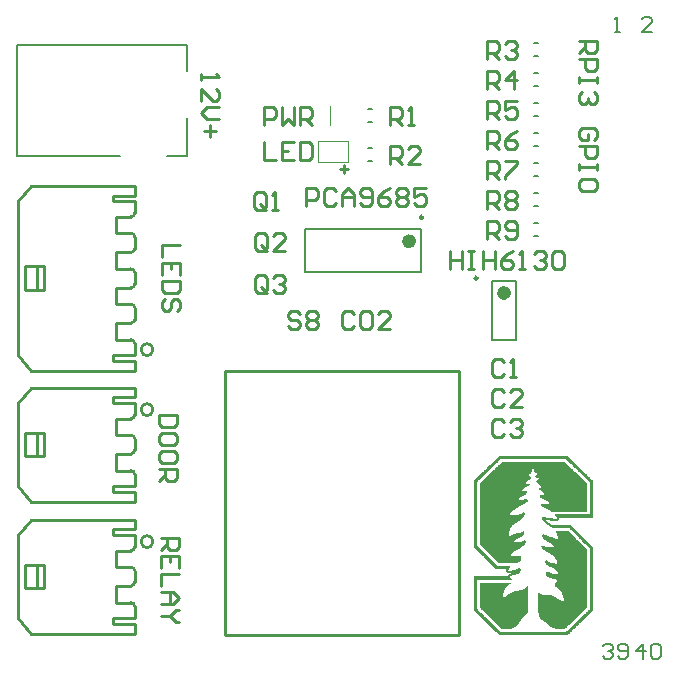
<source format=gto>
G04 Layer_Color=65535*
%FSTAX25Y25*%
%MOIN*%
G70*
G01*
G75*
%ADD21C,0.01000*%
%ADD30C,0.02362*%
%ADD31C,0.00984*%
%ADD32C,0.00500*%
%ADD33C,0.00787*%
%ADD34C,0.00394*%
%ADD35C,0.00800*%
G36*
X0287119Y01936D02*
X028713Y0193589D01*
X0287152Y0193572D01*
X028718Y0193544D01*
X0287219Y0193506D01*
X0287263Y0193461D01*
X0287313Y0193411D01*
X028738Y019335D01*
X0287446Y0193284D01*
X0287524Y0193211D01*
X0287613Y0193123D01*
X0287707Y0193034D01*
X0287813Y0192934D01*
X0287924Y0192829D01*
X028804Y0192712D01*
X0288173Y019259D01*
X0288307Y0192457D01*
X0288451Y0192318D01*
X0288606Y0192174D01*
X0288767Y0192018D01*
X0288934Y0191857D01*
X0289111Y0191685D01*
X02893Y0191508D01*
X0289494Y0191319D01*
X0289694Y0191125D01*
X0289905Y0190919D01*
X0290127Y0190708D01*
X0290349Y0190492D01*
X0290588Y0190264D01*
X0290832Y0190031D01*
X0291082Y0189787D01*
X0291342Y0189537D01*
X0291348Y0189532D01*
X0291359Y0189521D01*
X0291381Y0189504D01*
X0291409Y0189476D01*
X0291448Y0189437D01*
X0291492Y0189393D01*
X0291548Y0189343D01*
X0291609Y0189282D01*
X0291675Y0189216D01*
X0291759Y0189143D01*
X0291842Y018906D01*
X0291942Y0188966D01*
X0292042Y0188866D01*
X0292153Y018876D01*
X0292275Y0188644D01*
X0292402Y0188522D01*
X0292541Y0188389D01*
X0292686Y018825D01*
X0292835Y0188105D01*
X0292996Y018795D01*
X0293168Y0187789D01*
X0293346Y0187617D01*
X0293529Y018744D01*
X0293729Y0187251D01*
X0293929Y0187057D01*
X029414Y0186857D01*
X0294356Y0186646D01*
X0294584Y0186429D01*
X0294822Y0186202D01*
X0295066Y0185969D01*
X0295316Y0185724D01*
X0295577Y0185475D01*
Y0185469D01*
Y0185452D01*
Y0185419D01*
Y018538D01*
Y0185325D01*
Y0185258D01*
Y0185175D01*
Y0185086D01*
Y0184981D01*
Y018487D01*
Y0184742D01*
Y0184603D01*
Y0184448D01*
Y0184287D01*
Y0184109D01*
Y0183921D01*
Y0183721D01*
Y018351D01*
Y0183282D01*
Y0183049D01*
Y01828D01*
Y0182539D01*
Y0182267D01*
Y0181978D01*
Y0181684D01*
Y0181373D01*
Y0181051D01*
Y0180718D01*
Y0180369D01*
Y0180014D01*
Y0179642D01*
Y0179259D01*
Y0179253D01*
Y0179237D01*
Y0179203D01*
Y0179164D01*
Y0179109D01*
Y0179042D01*
Y0178965D01*
Y017887D01*
Y017877D01*
Y0178654D01*
Y0178526D01*
Y0178387D01*
Y0178238D01*
Y0178071D01*
Y0177899D01*
Y017771D01*
Y017751D01*
Y0177294D01*
Y0177072D01*
Y0176833D01*
Y0176589D01*
Y0176328D01*
Y0176051D01*
Y0175768D01*
X0295583Y0175468D01*
Y0175163D01*
Y0174841D01*
Y0174508D01*
Y0174158D01*
Y0173803D01*
Y0173431D01*
Y0173048D01*
X0284394D01*
Y0173043D01*
Y0173032D01*
Y0173015D01*
Y0172987D01*
Y0172948D01*
Y0172909D01*
Y017286D01*
Y0172799D01*
Y0172793D01*
Y0172771D01*
X0284388Y0172743D01*
Y0172704D01*
X0284377Y0172654D01*
X0284372Y0172599D01*
X0284355Y0172538D01*
X0284338Y0172471D01*
X0284311Y0172405D01*
X0284283Y0172332D01*
X0284244Y017226D01*
X02842Y0172188D01*
X0284144Y0172116D01*
X0284083Y0172049D01*
X0284011Y0171988D01*
X0283928Y0171933D01*
X0283922Y0171927D01*
X0283905Y0171922D01*
X0283883Y0171911D01*
X0283844Y0171894D01*
X02838Y0171872D01*
X028375Y0171855D01*
X0283689Y0171838D01*
X0283622Y0171822D01*
X0283545Y0171805D01*
X0283467Y0171794D01*
X0283378Y0171788D01*
X0283284D01*
X0283189Y0171794D01*
X028309Y0171811D01*
X0282984Y0171838D01*
X0282873Y0171872D01*
X0282868D01*
X0282851Y0171877D01*
X0282823Y0171888D01*
X0282779Y0171899D01*
X0282718Y0171911D01*
X028264Y0171927D01*
X0282546Y0171944D01*
X0282429Y017196D01*
X0282412D01*
X0282396Y0171966D01*
X0282368Y0171972D01*
X028234D01*
X0282301Y0171977D01*
X0282213Y0171988D01*
X0282107Y0172005D01*
X0281985Y0172016D01*
X0281857Y0172033D01*
X0281719Y0172044D01*
X0281702D01*
X028168Y0172049D01*
X0281619D01*
X028158Y0172055D01*
X0281536Y017206D01*
X028148Y0172066D01*
X0281364Y0172077D01*
X0281236Y0172088D01*
X0281092Y0172105D01*
X0280942Y0172122D01*
X0280925D01*
X0280903Y0172127D01*
X0280875Y0172133D01*
X0280842D01*
X0280803Y0172138D01*
X0280714Y0172149D01*
X028062Y0172166D01*
X028052Y0172183D01*
X0280426Y0172194D01*
X0280342Y017221D01*
X0280331D01*
X0280309Y0172216D01*
X0280276Y0172221D01*
X0280226Y0172232D01*
X0280176Y0172238D01*
X028012Y0172249D01*
X0280004Y0172266D01*
X0279982D01*
X0279959Y0172271D01*
X0279932D01*
X0279904Y0172277D01*
X0279848D01*
Y0172271D01*
Y0172255D01*
X0279859Y0172232D01*
X0279882Y0172205D01*
X0279915Y017216D01*
X0279965Y0172105D01*
X0279998Y0172072D01*
X0280037Y0172033D01*
X0280048Y0172022D01*
X0280076Y0171994D01*
X0280126Y0171955D01*
X0280187Y0171899D01*
X0280265Y0171833D01*
X0280359Y0171755D01*
X0280459Y0171672D01*
X028057Y0171583D01*
X0280575Y0171578D01*
X0280598Y0171561D01*
X0280631Y0171533D01*
X0280675Y01715D01*
X0280725Y0171461D01*
X0280781Y0171422D01*
X0280908Y0171328D01*
X0280914Y0171322D01*
X0280936Y0171306D01*
X028097Y0171283D01*
X0281014Y0171256D01*
X0281064Y0171222D01*
X0281119Y0171184D01*
X028123Y0171111D01*
X0281241Y0171106D01*
X0281269Y0171089D01*
X0281325Y0171056D01*
X0281391Y0171011D01*
X0281486Y0170956D01*
X0281597Y0170884D01*
X028173Y01708D01*
X0281885Y0170706D01*
X0288179D01*
X0288184Y0170701D01*
X0288196Y017069D01*
X0288212Y0170673D01*
X0288234Y0170651D01*
X0288268Y0170617D01*
X0288312Y0170579D01*
X0288356Y0170529D01*
X0288412Y0170473D01*
X0288473Y0170412D01*
X028854Y0170345D01*
X0288617Y0170268D01*
X0288701Y0170185D01*
X0288789Y0170096D01*
X0288889Y0169996D01*
X0288995Y0169896D01*
X0289106Y0169779D01*
X0289228Y0169663D01*
X028935Y0169535D01*
X0289483Y0169402D01*
X0289627Y0169263D01*
X0289777Y0169113D01*
X0289933Y0168958D01*
X0290094Y0168797D01*
X0290266Y0168625D01*
X0290438Y0168447D01*
X0290627Y0168264D01*
X0290815Y016807D01*
X0291015Y016787D01*
X029122Y0167665D01*
X0291431Y0167454D01*
X0291653Y0167232D01*
X0291881Y0167004D01*
X0291886Y0166999D01*
X0291897Y0166988D01*
X0291914Y0166971D01*
X0291936Y0166949D01*
X0291969Y0166916D01*
X0292008Y0166877D01*
X0292058Y0166827D01*
X0292114Y0166771D01*
X0292175Y016671D01*
X0292242Y0166644D01*
X0292319Y0166566D01*
X0292402Y0166483D01*
X0292491Y0166394D01*
X0292591Y0166294D01*
X0292691Y0166194D01*
X0292808Y0166077D01*
X0292924Y0165961D01*
X0293052Y0165833D01*
X0293185Y01657D01*
X0293324Y0165561D01*
X0293474Y0165411D01*
X0293629Y0165256D01*
X029379Y0165095D01*
X0293962Y0164923D01*
X029414Y0164745D01*
X0294323Y0164562D01*
X0294517Y0164368D01*
X0294717Y0164168D01*
X0294922Y0163963D01*
X0295133Y0163752D01*
X0295355Y016353D01*
X0295583Y0163303D01*
Y0163291D01*
Y0163264D01*
Y0163208D01*
Y0163136D01*
Y0163042D01*
Y0162931D01*
Y0162792D01*
Y0162636D01*
Y0162459D01*
Y0162265D01*
Y0162043D01*
Y0161804D01*
Y0161549D01*
Y0161266D01*
Y0160966D01*
Y0160644D01*
Y01603D01*
Y0159934D01*
Y0159551D01*
Y0159146D01*
Y0158718D01*
Y0158269D01*
Y0157802D01*
Y0157314D01*
Y0156803D01*
X0295577Y0156271D01*
Y0155721D01*
Y0155149D01*
Y0154556D01*
Y0153945D01*
Y0153307D01*
Y0152652D01*
Y0152641D01*
Y0152613D01*
Y0152558D01*
Y0152486D01*
Y0152391D01*
Y015228D01*
Y0152141D01*
Y0151986D01*
Y0151808D01*
Y0151614D01*
Y0151392D01*
Y0151154D01*
Y0150898D01*
Y0150615D01*
Y0150315D01*
Y0149994D01*
Y014965D01*
Y0149283D01*
Y01489D01*
Y0148495D01*
Y0148068D01*
Y0147624D01*
Y0147152D01*
Y0146664D01*
Y0146159D01*
Y0145626D01*
Y0145076D01*
Y0144505D01*
Y0143911D01*
Y0143295D01*
Y0142662D01*
Y0142007D01*
X0295571Y0142002D01*
X029556Y014199D01*
X0295538Y0141974D01*
X029551Y0141946D01*
X0295472Y0141907D01*
X0295427Y0141863D01*
X0295377Y0141813D01*
X0295311Y0141752D01*
X0295244Y0141685D01*
X0295166Y0141607D01*
X0295078Y0141524D01*
X0294983Y0141436D01*
X0294878Y0141336D01*
X0294767Y0141225D01*
X0294645Y0141114D01*
X0294517Y0140986D01*
X0294384Y0140858D01*
X0294239Y014072D01*
X0294084Y014057D01*
X0293923Y0140414D01*
X0293757Y0140253D01*
X0293579Y0140081D01*
X029339Y0139904D01*
X0293196Y0139715D01*
X0292991Y0139521D01*
X029278Y0139315D01*
X0292563Y0139104D01*
X0292336Y0138888D01*
X0292097Y0138661D01*
X0291853Y0138427D01*
X0291603Y0138183D01*
X0291342Y0137933D01*
X0291337Y0137928D01*
X0291326Y0137917D01*
X0291303Y01379D01*
X0291276Y0137872D01*
X0291237Y0137833D01*
X0291193Y0137789D01*
X0291143Y0137739D01*
X0291076Y0137678D01*
X0291009Y0137612D01*
X0290932Y0137539D01*
X0290843Y0137451D01*
X0290749Y0137362D01*
X0290643Y0137262D01*
X0290532Y0137156D01*
X029041Y013704D01*
X0290282Y0136918D01*
X0290149Y0136785D01*
X0290005Y0136646D01*
X0289849Y0136502D01*
X0289688Y0136346D01*
X0289522Y0136185D01*
X0289344Y0136013D01*
X0289156Y0135836D01*
X0288962Y0135647D01*
X0288756Y0135453D01*
X0288545Y0135247D01*
X0288329Y0135036D01*
X0288101Y013482D01*
X0287863Y0134592D01*
X0287618Y0134359D01*
X0287369Y0134115D01*
X0287108Y0133865D01*
X0280742D01*
X0280204Y0133871D01*
X0264469D01*
X0264464Y0133876D01*
X0264453Y0133888D01*
X026443Y013391D01*
X0264403Y0133937D01*
X0264364Y0133971D01*
X0264319Y0134015D01*
X0264269Y0134065D01*
X0264203Y0134126D01*
X0264136Y0134193D01*
X0264059Y0134271D01*
X026397Y0134354D01*
X0263876Y0134448D01*
X026377Y0134548D01*
X0263659Y0134653D01*
X0263537Y013477D01*
X0263409Y0134892D01*
X0263276Y0135025D01*
X0263132Y0135164D01*
X0262976Y0135314D01*
X0262815Y0135469D01*
X0262649Y0135636D01*
X0262471Y0135808D01*
X0262283Y0135985D01*
X0262088Y0136174D01*
X0261883Y0136368D01*
X0261672Y0136574D01*
X0261456Y0136785D01*
X0261228Y0137001D01*
X0260989Y0137229D01*
X0260745Y0137467D01*
X0260495Y0137711D01*
X0260235Y0137961D01*
X0260229Y0137967D01*
X0260218Y0137978D01*
X0260196Y0137995D01*
X0260168Y0138028D01*
X0260129Y0138061D01*
X0260085Y0138105D01*
X0260029Y0138155D01*
X0259968Y0138216D01*
X0259902Y0138283D01*
X0259818Y0138361D01*
X0259735Y0138444D01*
X0259641Y0138533D01*
X0259535Y0138633D01*
X0259424Y0138744D01*
X0259302Y013886D01*
X0259175Y0138982D01*
X0259036Y0139116D01*
X0258892Y0139254D01*
X0258742Y0139399D01*
X0258581Y0139554D01*
X0258409Y0139721D01*
X0258231Y0139893D01*
X0258048Y014007D01*
X0257854Y0140259D01*
X0257648Y0140453D01*
X0257437Y0140658D01*
X0257221Y0140869D01*
X0256993Y0141086D01*
X0256755Y0141313D01*
X0256511Y0141552D01*
X0256261Y0141796D01*
X0256Y0142046D01*
Y0142051D01*
Y0142057D01*
Y0142074D01*
Y014209D01*
Y0142118D01*
Y0142146D01*
Y0142185D01*
Y0142224D01*
Y0142274D01*
Y0142324D01*
Y0142385D01*
Y0142446D01*
Y0142518D01*
Y0142596D01*
Y0142673D01*
Y0142762D01*
Y0142851D01*
Y0142951D01*
Y0143056D01*
Y0143162D01*
Y0143278D01*
Y0143395D01*
Y0143522D01*
Y014365D01*
Y0143933D01*
Y0144233D01*
Y0144555D01*
Y0144899D01*
Y014491D01*
Y0144943D01*
Y0144999D01*
Y0145076D01*
Y0145176D01*
Y0145298D01*
Y0145443D01*
Y0145609D01*
Y0145698D01*
Y0145798D01*
Y0145898D01*
Y0146003D01*
Y014612D01*
Y0146236D01*
Y0146364D01*
Y0146492D01*
Y014663D01*
Y0146769D01*
Y0146919D01*
Y0147069D01*
Y014723D01*
Y0147391D01*
Y0147563D01*
Y0147735D01*
Y014774D01*
Y0147757D01*
Y0147785D01*
Y0147824D01*
Y0147873D01*
Y0147934D01*
Y0148007D01*
Y014809D01*
Y0148184D01*
Y014829D01*
Y0148406D01*
Y0148534D01*
Y0148673D01*
Y0148823D01*
Y0148984D01*
Y0149155D01*
Y0149339D01*
Y0149533D01*
Y0149744D01*
Y014996D01*
Y0150188D01*
Y0150426D01*
Y0150676D01*
Y0150937D01*
Y0151209D01*
Y0151492D01*
Y0151786D01*
Y0152092D01*
Y0152408D01*
Y0152735D01*
Y0153074D01*
Y0153424D01*
X0267289D01*
Y0153429D01*
X0267294Y015344D01*
X02673Y0153457D01*
X0267311Y0153484D01*
X0267322Y0153518D01*
X0267339Y0153557D01*
X0267355Y0153607D01*
X0267377Y0153662D01*
X0267383Y0153673D01*
X0267394Y0153695D01*
X0267416Y015374D01*
X0267444Y015379D01*
X0267489Y0153856D01*
X0267549Y0153923D01*
X0267622Y0154001D01*
X026771Y0154078D01*
X0267716D01*
X0267722Y0154089D01*
X0267755Y0154112D01*
X026781Y015415D01*
X0267882Y0154195D01*
X0267966Y0154239D01*
X0268055Y0154289D01*
X026816Y0154334D01*
X0268266Y0154373D01*
X0268271D01*
X0268282Y0154378D01*
X0268304Y0154384D01*
X0268332Y0154395D01*
X0268393Y0154417D01*
X0268465Y015445D01*
X0268471D01*
X0268482Y0154461D01*
X0268515Y0154478D01*
X0268554Y0154506D01*
X0268576Y0154522D01*
X0268587Y0154534D01*
X0268593Y0154539D01*
Y015455D01*
Y0154556D01*
X0268582Y0154567D01*
X0268571Y0154578D01*
X0268543Y0154583D01*
X0268504Y0154589D01*
X0268443D01*
X0268393Y0154595D01*
X0268326Y0154589D01*
X0268238D01*
X0268132Y0154583D01*
X0268071D01*
X0268005Y0154578D01*
X0267933D01*
X0267894Y0154572D01*
X0267477D01*
X0267444Y0154578D01*
X0267411D01*
X0267394Y0154583D01*
X0267366Y0154589D01*
X0267328Y0154606D01*
X0267283Y0154622D01*
X0267233Y0154645D01*
X0267178Y0154672D01*
X0267117Y0154711D01*
X0267106Y0154717D01*
X0267078Y0154739D01*
X0267039Y0154772D01*
X0266989Y0154817D01*
X0266933Y0154867D01*
X0266884Y0154922D01*
X0266834Y0154983D01*
X0266795Y015505D01*
X0266789Y0155061D01*
X0266784Y0155083D01*
X0266767Y0155122D01*
X0266756Y0155177D01*
X0266745Y0155244D01*
X0266734Y0155322D01*
X0266728Y015541D01*
X0266734Y0155516D01*
Y0155521D01*
Y0155538D01*
X0266739Y015556D01*
Y0155594D01*
X0266745Y0155643D01*
X026675Y0155699D01*
X0266756Y015576D01*
X0266761Y0155838D01*
X0263398D01*
X0263393Y0155843D01*
X0263382Y0155854D01*
X0263365Y0155871D01*
X0263343Y0155893D01*
X0263309Y0155927D01*
X026327Y0155965D01*
X0263221Y0156015D01*
X0263165Y0156071D01*
X0263104Y0156132D01*
X0263037Y0156199D01*
X026296Y0156276D01*
X0262877Y0156359D01*
X0262788Y0156448D01*
X0262688Y0156548D01*
X0262588Y0156648D01*
X0262471Y0156765D01*
X0262355Y0156881D01*
X0262227Y0157009D01*
X0262094Y0157142D01*
X0261955Y0157281D01*
X0261805Y0157431D01*
X026165Y0157586D01*
X0261489Y0157747D01*
X0261317Y0157919D01*
X0261139Y0158097D01*
X0260956Y015828D01*
X0260762Y0158474D01*
X0260562Y0158674D01*
X0260357Y0158879D01*
X0260146Y015909D01*
X0259924Y0159312D01*
X0259696Y015954D01*
X0259691Y0159545D01*
X025968Y0159556D01*
X0259663Y0159573D01*
X0259641Y0159595D01*
X0259608Y0159628D01*
X0259569Y0159667D01*
X0259519Y0159717D01*
X0259463Y0159773D01*
X0259402Y0159834D01*
X0259336Y01599D01*
X0259258Y0159978D01*
X0259175Y0160061D01*
X0259086Y016015D01*
X0258991Y016025D01*
X0258886Y016035D01*
X0258775Y0160467D01*
X0258653Y0160583D01*
X0258525Y0160711D01*
X0258392Y0160844D01*
X0258253Y0160983D01*
X0258103Y0161132D01*
X0257948Y0161288D01*
X0257787Y0161449D01*
X0257615Y0161621D01*
X0257443Y0161799D01*
X0257254Y0161982D01*
X0257066Y016217D01*
X0256866Y016237D01*
X025666Y0162575D01*
X025645Y0162786D01*
X0256228Y0163008D01*
X0256Y0163236D01*
Y0163247D01*
Y016328D01*
Y0163336D01*
Y0163408D01*
Y0163508D01*
Y0163624D01*
Y0163769D01*
Y016393D01*
Y0164118D01*
Y0164324D01*
Y0164551D01*
Y0164801D01*
Y0165073D01*
Y0165367D01*
Y0165678D01*
Y0166016D01*
Y0166377D01*
Y0166755D01*
Y016716D01*
Y0167581D01*
Y0168026D01*
Y0168492D01*
Y016898D01*
Y0169491D01*
Y0170024D01*
Y0170579D01*
Y0171156D01*
Y017175D01*
Y0172371D01*
Y0173009D01*
Y0173676D01*
Y0174358D01*
Y0174369D01*
Y0174402D01*
Y0174458D01*
Y017453D01*
Y017463D01*
Y0174747D01*
Y0174891D01*
Y0175052D01*
Y0175235D01*
Y0175446D01*
Y0175673D01*
Y0175923D01*
Y017619D01*
Y0176484D01*
Y01768D01*
Y0177139D01*
Y0177494D01*
Y0177877D01*
Y0178276D01*
Y0178698D01*
Y0179142D01*
Y0179608D01*
Y0180097D01*
Y0180607D01*
Y018114D01*
Y0181695D01*
Y0182272D01*
Y0182866D01*
Y0183488D01*
Y0184126D01*
Y0184792D01*
Y0185475D01*
X0256006Y018548D01*
X0256017Y0185491D01*
X0256039Y0185508D01*
X0256067Y0185536D01*
X0256105Y0185575D01*
X025615Y0185619D01*
X0256205Y0185669D01*
X0256266Y018573D01*
X0256333Y0185797D01*
X0256416Y0185874D01*
X02565Y0185958D01*
X0256599Y0186046D01*
X0256699Y0186146D01*
X025681Y0186252D01*
X0256932Y0186368D01*
X025706Y018649D01*
X0257199Y0186624D01*
X0257343Y0186762D01*
X0257493Y0186907D01*
X0257654Y0187062D01*
X0257826Y0187223D01*
X0258003Y0187395D01*
X0258187Y0187573D01*
X0258386Y0187761D01*
X0258586Y0187956D01*
X0258797Y0188155D01*
X0259014Y0188366D01*
X0259241Y0188583D01*
X025948Y018881D01*
X0259724Y0189043D01*
X0259974Y0189288D01*
X0260235Y0189537D01*
X026024Y0189543D01*
X0260251Y0189554D01*
X0260274Y0189571D01*
X0260301Y0189598D01*
X026034Y0189637D01*
X0260384Y0189682D01*
X026044Y0189732D01*
X0260501Y0189793D01*
X0260568Y0189859D01*
X0260651Y0189937D01*
X0260734Y019002D01*
X0260834Y0190109D01*
X0260934Y0190209D01*
X0261045Y0190314D01*
X0261167Y0190431D01*
X0261295Y0190553D01*
X0261433Y0190686D01*
X0261578Y0190825D01*
X0261728Y0190969D01*
X0261889Y0191125D01*
X0262061Y0191286D01*
X0262238Y0191458D01*
X0262421Y0191635D01*
X0262621Y0191824D01*
X0262821Y0192018D01*
X0263032Y0192218D01*
X0263248Y0192429D01*
X0263476Y0192645D01*
X0263715Y0192873D01*
X0263959Y0193106D01*
X0264208Y019335D01*
X0264469Y01936D01*
X0270841D01*
X0271379Y0193605D01*
X0287113D01*
X0287119Y01936D01*
D02*
G37*
%LPC*%
G36*
X028658Y0192601D02*
X0265008D01*
X0265002Y0192595D01*
X0264991Y0192584D01*
X0264974Y0192568D01*
X0264947Y019254D01*
X0264908Y0192507D01*
X0264869Y0192468D01*
X0264819Y0192418D01*
X0264758Y0192362D01*
X0264691Y0192296D01*
X0264619Y0192224D01*
X0264536Y0192146D01*
X0264447Y0192063D01*
X0264347Y0191968D01*
X0264242Y0191868D01*
X0264131Y0191757D01*
X0264009Y0191641D01*
X0263881Y0191519D01*
X0263742Y0191385D01*
X0263598Y0191247D01*
X0263448Y0191102D01*
X0263287Y0190947D01*
X0263115Y0190786D01*
X0262943Y019062D01*
X026276Y0190442D01*
X0262566Y0190259D01*
X0262366Y019007D01*
X026216Y018987D01*
X0261944Y0189665D01*
X0261722Y0189449D01*
X0261489Y0189232D01*
X026125Y0188999D01*
X0261006Y0188766D01*
X0261001Y018876D01*
X0260989Y0188749D01*
X0260973Y0188733D01*
X0260945Y0188705D01*
X0260912Y0188672D01*
X0260867Y0188633D01*
X0260817Y0188583D01*
X0260756Y0188527D01*
X026069Y0188466D01*
X0260618Y0188394D01*
X0260534Y0188316D01*
X0260446Y0188227D01*
X0260346Y0188133D01*
X0260246Y0188033D01*
X0260129Y0187928D01*
X0260007Y0187811D01*
X0259879Y0187689D01*
X0259746Y0187556D01*
X0259602Y0187417D01*
X0259447Y0187273D01*
X0259286Y0187118D01*
X0259119Y0186957D01*
X0258947Y018679D01*
X0258758Y0186612D01*
X025857Y0186429D01*
X025837Y0186241D01*
X0258165Y0186041D01*
X0257948Y0185836D01*
X0257726Y0185625D01*
X0257493Y0185403D01*
X0257254Y0185175D01*
X025701Y0184936D01*
Y0184925D01*
Y0184898D01*
Y0184842D01*
Y018477D01*
Y0184681D01*
Y0184565D01*
Y0184431D01*
Y0184276D01*
Y0184098D01*
Y0183904D01*
Y0183688D01*
Y0183449D01*
Y0183194D01*
Y0182911D01*
Y0182611D01*
Y0182295D01*
Y018195D01*
Y018159D01*
Y0181207D01*
Y0180807D01*
Y018038D01*
Y0179936D01*
Y0179475D01*
Y0178987D01*
Y0178482D01*
X0257005Y0177954D01*
Y0177405D01*
Y0176839D01*
Y0176251D01*
Y017564D01*
Y0175007D01*
Y0174358D01*
Y0174347D01*
Y0174319D01*
Y0174264D01*
Y0174192D01*
Y0174097D01*
Y0173986D01*
Y0173853D01*
Y0173698D01*
Y017352D01*
Y0173326D01*
Y0173109D01*
Y0172871D01*
Y017261D01*
Y0172332D01*
Y0172033D01*
Y0171711D01*
Y0171372D01*
Y0171011D01*
Y0170628D01*
Y0170223D01*
Y0169801D01*
Y0169358D01*
Y0168891D01*
Y0168403D01*
Y0167898D01*
X0256999Y0167371D01*
Y0166821D01*
Y0166255D01*
Y0165667D01*
Y0165056D01*
Y0164424D01*
Y0163774D01*
X0257005Y0163769D01*
X025701Y0163763D01*
X0257027Y0163747D01*
X0257054Y0163719D01*
X0257082Y0163691D01*
X0257121Y0163652D01*
X0257166Y0163608D01*
X0257215Y0163558D01*
X0257271Y0163502D01*
X0257338Y0163441D01*
X0257404Y0163369D01*
X0257482Y0163291D01*
X0257565Y0163208D01*
X025766Y0163119D01*
X0257754Y016302D01*
X0257859Y0162914D01*
X025797Y0162803D01*
X0258087Y0162686D01*
X0258214Y0162564D01*
X0258342Y0162431D01*
X0258481Y0162298D01*
X0258625Y0162154D01*
X0258775Y0161998D01*
X0258936Y0161843D01*
X0259097Y0161676D01*
X0259269Y016151D01*
X0259447Y0161327D01*
X025963Y0161144D01*
X0259824Y0160955D01*
X0260018Y0160755D01*
X0260224Y016055D01*
X0260435Y0160339D01*
X026044Y0160333D01*
X0260446Y0160328D01*
X0260462Y0160311D01*
X026049Y0160283D01*
X0260518Y0160256D01*
X0260557Y0160217D01*
X0260601Y0160172D01*
X0260651Y0160122D01*
X0260706Y0160067D01*
X0260768Y0160006D01*
X026084Y0159934D01*
X0260917Y0159856D01*
X0261001Y0159773D01*
X0261089Y0159684D01*
X0261189Y0159584D01*
X0261295Y0159484D01*
X0261406Y0159373D01*
X0261522Y0159251D01*
X0261644Y0159129D01*
X0261778Y0159001D01*
X0261911Y0158862D01*
X0262055Y0158718D01*
X026221Y0158568D01*
X0262366Y0158407D01*
X0262532Y0158247D01*
X0262704Y0158074D01*
X0262882Y0157897D01*
X0263065Y0157714D01*
X0263254Y0157519D01*
X0263454Y0157325D01*
X0263659Y015712D01*
X026387Y0156909D01*
X0268254D01*
X0268249Y0156903D01*
X0268238Y0156887D01*
X0268215Y0156859D01*
X0268188Y015682D01*
X0268149Y015677D01*
X0268105Y0156715D01*
X0268049Y0156642D01*
X0267988Y0156559D01*
X0267983Y0156554D01*
X0267977Y0156543D01*
X026796Y015652D01*
X0267944Y0156493D01*
X0267921Y0156459D01*
X0267894Y0156426D01*
X0267838Y0156337D01*
X0267833Y0156332D01*
X0267827Y0156315D01*
X026781Y0156293D01*
X0267794Y015626D01*
X0267772Y0156221D01*
X0267749Y0156182D01*
X0267705Y0156088D01*
X0267699Y0156076D01*
X0267683Y0156049D01*
X0267661Y0155999D01*
X0267638Y0155943D01*
X0267605Y0155871D01*
X0267572Y0155799D01*
X0267516Y0155638D01*
X0267511Y0155627D01*
X0267505Y0155605D01*
X0267494Y0155566D01*
X0267483Y0155527D01*
X0267477Y0155482D01*
X0267472Y0155438D01*
Y0155399D01*
X0267483Y0155372D01*
Y0155366D01*
X0267494Y015536D01*
X0267516Y0155349D01*
X0267544Y0155333D01*
X0267594Y0155322D01*
X0267661Y015531D01*
X0267699Y0155305D01*
X0267744Y0155299D01*
X026791D01*
X0267944Y0155305D01*
X0267977D01*
X0268066Y015531D01*
X0268177Y0155322D01*
X0268299Y0155333D01*
X0268438Y0155349D01*
X0268587Y0155372D01*
X0268599D01*
X0268626Y0155377D01*
X0268671Y0155388D01*
X0268726Y0155399D01*
X0268793Y015541D01*
X026887Y0155427D01*
X0268954Y0155444D01*
X0269037Y015546D01*
X0269048D01*
X0269076Y0155472D01*
X026912Y0155482D01*
X0269176Y0155494D01*
X0269237Y0155516D01*
X0269309Y0155533D01*
X0269459Y0155577D01*
X026947Y0155582D01*
X0269492Y0155588D01*
X0269531Y0155605D01*
X0269581Y0155621D01*
X0269647Y0155643D01*
X0269725Y0155677D01*
X0269808Y015571D01*
X0269903Y0155749D01*
X0269908D01*
X0269914Y0155754D01*
X0269947Y0155766D01*
X0269997Y0155788D01*
X0270058Y0155816D01*
X027013Y0155849D01*
X0270208Y0155882D01*
X0270286Y0155921D01*
X0270358Y0155954D01*
X0270363D01*
X0270374Y0155965D01*
X0270402Y0155976D01*
X027043Y0155988D01*
X0270469Y0156004D01*
X0270508Y0156021D01*
X0270608Y015606D01*
X0270719Y0156099D01*
X0270841Y0156132D01*
X0270957Y0156154D01*
X0271063Y015616D01*
X0271074D01*
X0271107Y0156154D01*
X0271163Y0156143D01*
X0271229Y0156126D01*
X0271301Y0156093D01*
X0271385Y0156049D01*
X0271468Y0155988D01*
X0271551Y0155904D01*
X0271557Y0155893D01*
X0271579Y0155871D01*
X0271607Y0155838D01*
X027164Y0155793D01*
X0271673Y0155738D01*
X0271701Y0155682D01*
X0271723Y0155627D01*
X0271729Y0155577D01*
Y0155571D01*
X0271723Y0155549D01*
X0271718Y0155516D01*
X0271707Y0155472D01*
X0271684Y0155416D01*
X0271651Y0155344D01*
X0271607Y0155261D01*
X0271551Y0155161D01*
X0271546Y0155155D01*
X0271534Y0155138D01*
X0271518Y0155111D01*
X027149Y0155077D01*
X0271457Y0155033D01*
X0271418Y0154983D01*
X0271374Y0154928D01*
X0271318Y0154867D01*
X0271257Y01548D01*
X0271196Y0154733D01*
X0271124Y0154667D01*
X0271041Y0154595D01*
X0270957Y0154522D01*
X0270868Y0154456D01*
X0270674Y0154323D01*
X0270669Y0154317D01*
X0270647Y0154306D01*
X0270619Y0154289D01*
X0270574Y0154267D01*
X0270524Y0154239D01*
X0270458Y0154212D01*
X0270386Y0154173D01*
X0270308Y0154139D01*
X0270214Y0154101D01*
X0270119Y0154062D01*
X0270014Y0154023D01*
X0269897Y0153984D01*
X0269781Y0153951D01*
X0269659Y0153918D01*
X0269392Y0153862D01*
X0269387D01*
X0269359Y0153856D01*
X026932Y0153851D01*
X026927Y015384D01*
X0269209Y0153829D01*
X0269137Y0153812D01*
X0269059Y0153795D01*
X0268976Y0153773D01*
X0268798Y0153729D01*
X0268621Y0153679D01*
X0268537Y0153651D01*
X0268454Y0153623D01*
X0268382Y0153596D01*
X0268316Y0153562D01*
X026831D01*
X0268299Y0153557D01*
X0268288Y0153546D01*
X0268266Y0153534D01*
X026821Y0153501D01*
X0268155Y0153457D01*
X0268093Y0153396D01*
X0268038Y0153329D01*
X0268016Y015329D01*
X0268005Y0153251D01*
X0267994Y0153207D01*
X0267988Y0153163D01*
Y0153157D01*
X0267994Y0153146D01*
X0268005Y0153129D01*
X0268016Y0153102D01*
X0268032Y0153074D01*
X026806Y0153035D01*
X0268099Y0152991D01*
X0268105Y0152985D01*
X0268121Y0152968D01*
X0268143Y0152941D01*
X0268177Y0152907D01*
X0268215Y0152863D01*
X026826Y0152819D01*
X0268316Y0152769D01*
X0268371Y0152713D01*
X0268376Y0152708D01*
X0268393Y0152691D01*
X0268426Y0152663D01*
X0268465Y0152624D01*
X0268521Y0152574D01*
X0268587Y0152513D01*
X0268671Y0152436D01*
X0268759Y0152352D01*
X0257071D01*
Y0152347D01*
Y0152336D01*
Y0152313D01*
Y015228D01*
Y0152241D01*
Y0152191D01*
Y0152136D01*
Y0152069D01*
Y0151992D01*
Y0151908D01*
Y0151814D01*
Y0151714D01*
Y0151603D01*
X0257066Y0151481D01*
Y0151353D01*
Y0151215D01*
Y015107D01*
Y0150915D01*
Y0150748D01*
Y0150576D01*
Y0150393D01*
Y0150199D01*
X025706Y0149999D01*
Y0149794D01*
Y0149572D01*
Y0149344D01*
Y0149111D01*
Y0148867D01*
Y0148612D01*
X0257054Y0148351D01*
Y0148079D01*
Y0147796D01*
Y014779D01*
Y0147785D01*
Y0147763D01*
Y014774D01*
Y0147713D01*
Y0147674D01*
Y0147635D01*
Y014759D01*
Y0147479D01*
Y0147352D01*
Y0147207D01*
Y0147052D01*
X0257049Y014688D01*
Y0146702D01*
Y0146514D01*
Y0146314D01*
Y0145914D01*
Y0145509D01*
Y0145504D01*
Y0145498D01*
Y0145481D01*
Y0145465D01*
Y0145409D01*
Y0145332D01*
Y0145243D01*
Y0145137D01*
Y0145021D01*
Y0144893D01*
X0257043Y0144754D01*
Y0144616D01*
Y0144327D01*
Y0144038D01*
Y01439D01*
Y0143766D01*
Y0143761D01*
Y014375D01*
Y0143733D01*
Y0143705D01*
Y0143678D01*
Y0143639D01*
Y0143556D01*
X0257038Y0143461D01*
Y0143361D01*
Y0143267D01*
Y0143178D01*
Y0143167D01*
Y0143139D01*
Y0143106D01*
Y0143056D01*
Y0143012D01*
Y0142967D01*
Y0142928D01*
Y0142901D01*
Y0142895D01*
Y0142878D01*
Y0142856D01*
Y0142817D01*
Y0142768D01*
Y0142712D01*
X0257032Y014264D01*
Y0142562D01*
X0257038Y0142557D01*
X0257049Y0142545D01*
X0257066Y0142529D01*
X0257093Y0142501D01*
X0257127Y0142468D01*
X0257171Y0142429D01*
X0257221Y0142379D01*
X0257282Y0142324D01*
X0257343Y0142262D01*
X0257421Y014219D01*
X0257499Y0142113D01*
X0257587Y0142024D01*
X0257687Y0141935D01*
X0257793Y0141835D01*
X0257904Y0141724D01*
X025802Y0141607D01*
X0258148Y0141485D01*
X0258287Y0141358D01*
X0258425Y0141219D01*
X0258575Y0141075D01*
X0258736Y0140919D01*
X0258903Y0140758D01*
X0259075Y0140592D01*
X0259258Y014042D01*
X0259447Y0140237D01*
X0259641Y0140048D01*
X0259846Y0139848D01*
X0260057Y0139643D01*
X0260279Y0139432D01*
X0260507Y013921D01*
X026074Y0138982D01*
X0260984Y0138749D01*
X0260989Y0138744D01*
X0261001Y0138733D01*
X0261017Y0138716D01*
X0261045Y0138688D01*
X0261078Y0138655D01*
X0261123Y0138616D01*
X0261173Y0138566D01*
X0261234Y0138511D01*
X0261295Y013845D01*
X0261372Y0138377D01*
X026145Y01383D01*
X0261539Y0138211D01*
X0261639Y0138122D01*
X0261744Y0138022D01*
X0261855Y0137911D01*
X0261972Y0137795D01*
X0262099Y0137673D01*
X0262238Y0137545D01*
X0262383Y0137406D01*
X0262532Y0137262D01*
X0262688Y0137107D01*
X0262854Y0136951D01*
X0263032Y0136779D01*
X026321Y0136607D01*
X0263398Y0136424D01*
X0263598Y0136235D01*
X0263803Y0136041D01*
X0264014Y0135836D01*
X0264236Y0135625D01*
X0264464Y0135403D01*
X0264697Y0135175D01*
X0264941Y0134942D01*
X0286647D01*
X0286653Y0134948D01*
X0286664Y0134959D01*
X028668Y0134975D01*
X0286708Y0135003D01*
X0286741Y0135036D01*
X0286786Y0135075D01*
X0286836Y0135125D01*
X0286897Y0135181D01*
X0286964Y0135242D01*
X0287036Y0135314D01*
X0287113Y0135392D01*
X0287202Y0135475D01*
X0287302Y0135569D01*
X0287407Y0135669D01*
X0287518Y0135775D01*
X0287641Y0135891D01*
X0287768Y0136013D01*
X0287901Y0136141D01*
X0288046Y0136279D01*
X0288196Y0136424D01*
X0288356Y0136574D01*
X0288523Y0136735D01*
X0288695Y0136901D01*
X0288878Y0137073D01*
X0289067Y0137256D01*
X0289261Y0137445D01*
X0289467Y0137645D01*
X0289683Y0137845D01*
X0289899Y0138061D01*
X0290132Y0138277D01*
X0290366Y0138505D01*
X029061Y0138738D01*
X0290615Y0138744D01*
X0290627Y0138755D01*
X0290643Y0138771D01*
X0290671Y0138799D01*
X0290704Y0138832D01*
X0290749Y0138871D01*
X0290798Y0138921D01*
X029086Y0138977D01*
X0290921Y0139038D01*
X0290998Y013911D01*
X0291076Y0139188D01*
X0291165Y0139277D01*
X0291265Y0139365D01*
X029137Y0139465D01*
X0291481Y0139576D01*
X0291598Y0139693D01*
X0291725Y0139815D01*
X0291864Y0139943D01*
X0292008Y0140081D01*
X0292158Y0140226D01*
X0292314Y0140375D01*
X029248Y0140536D01*
X0292658Y0140703D01*
X0292835Y0140881D01*
X0293024Y0141058D01*
X0293224Y0141247D01*
X0293429Y0141447D01*
X029364Y0141652D01*
X0293862Y0141863D01*
X029409Y0142079D01*
X0294323Y0142307D01*
X0294567Y014254D01*
Y0142551D01*
Y0142579D01*
Y0142629D01*
Y0142701D01*
Y014279D01*
Y0142895D01*
Y0143023D01*
Y0143173D01*
Y0143339D01*
Y0143528D01*
Y0143733D01*
Y0143961D01*
Y0144211D01*
Y0144477D01*
Y0144765D01*
X0294572Y0145071D01*
Y0145398D01*
Y0145742D01*
Y0146109D01*
Y0146492D01*
Y0146897D01*
Y0147324D01*
Y0147768D01*
Y0148229D01*
Y0148712D01*
Y0149217D01*
Y0149738D01*
Y0150282D01*
Y0150848D01*
Y0151431D01*
Y015203D01*
Y0152652D01*
Y0152663D01*
Y0152691D01*
Y0152741D01*
Y0152813D01*
Y0152902D01*
Y0153007D01*
Y0153135D01*
Y0153285D01*
Y0153451D01*
Y015364D01*
Y0153851D01*
Y0154073D01*
Y0154323D01*
Y0154589D01*
Y0154878D01*
X0294578Y0155183D01*
Y015551D01*
Y0155854D01*
Y0156221D01*
Y0156604D01*
Y0157009D01*
Y0157436D01*
Y015788D01*
Y0158346D01*
Y0158829D01*
Y0159334D01*
Y0159856D01*
Y01604D01*
Y016096D01*
Y0161543D01*
Y0162148D01*
Y016277D01*
X0294572Y0162775D01*
X0294567Y0162781D01*
X029455Y0162797D01*
X0294523Y0162825D01*
X0294495Y0162853D01*
X0294456Y0162892D01*
X0294411Y0162936D01*
X0294362Y0162986D01*
X0294306Y0163042D01*
X0294245Y0163103D01*
X0294173Y0163175D01*
X0294095Y0163252D01*
X0294012Y0163336D01*
X0293923Y0163425D01*
X0293823Y0163524D01*
X0293718Y016363D01*
X0293607Y0163735D01*
X029349Y0163857D01*
X0293368Y016398D01*
X0293235Y0164107D01*
X0293102Y0164246D01*
X0292957Y016439D01*
X0292802Y016454D01*
X0292647Y0164701D01*
X029248Y0164862D01*
X0292314Y0165034D01*
X029213Y0165212D01*
X0291947Y0165395D01*
X0291759Y0165589D01*
X0291559Y0165783D01*
X0291354Y0165989D01*
X0291143Y01662D01*
X0291137Y0166205D01*
X0291131Y0166211D01*
X0291115Y0166227D01*
X0291087Y0166255D01*
X0291059Y0166283D01*
X029102Y0166322D01*
X0290976Y0166366D01*
X0290926Y0166416D01*
X0290871Y0166472D01*
X029081Y0166533D01*
X0290737Y0166605D01*
X029066Y0166682D01*
X0290577Y0166766D01*
X0290488Y0166855D01*
X0290388Y0166954D01*
X0290288Y016706D01*
X0290177Y0167171D01*
X0290055Y0167287D01*
X0289933Y016741D01*
X0289805Y0167543D01*
X0289666Y0167676D01*
X0289522Y016782D01*
X0289372Y0167976D01*
X0289211Y0168131D01*
X028905Y0168298D01*
X0288878Y016847D01*
X0288701Y0168647D01*
X0288517Y016883D01*
X0288323Y0169019D01*
X0288129Y0169219D01*
X0287924Y0169424D01*
X0287713Y0169635D01*
X0282207D01*
X0282202Y0169646D01*
X0282179Y0169657D01*
X0282157Y0169668D01*
X0282124Y0169691D01*
X0282085Y0169713D01*
X0282041Y016974D01*
X0281991Y0169774D01*
X028193Y0169807D01*
X0281863Y0169846D01*
X0281785Y016989D01*
X0281708Y016994D01*
X0281619Y0169996D01*
X0281524Y0170051D01*
X0281424Y0170112D01*
X0281313Y0170179D01*
X0281302Y0170185D01*
X028128Y0170201D01*
X0281236Y0170229D01*
X028118Y0170262D01*
X0281114Y0170301D01*
X0281036Y0170351D01*
X0280947Y0170406D01*
X0280858Y0170468D01*
X0280659Y0170595D01*
X0280453Y0170728D01*
X0280353Y0170795D01*
X0280254Y0170862D01*
X0280165Y0170928D01*
X0280081Y0170989D01*
X0280076Y0170995D01*
X0280065Y0171006D01*
X0280043Y0171023D01*
X0280009Y0171045D01*
X0279976Y0171072D01*
X0279932Y0171111D01*
X0279832Y0171195D01*
X0279721Y0171294D01*
X0279593Y0171411D01*
X0279465Y0171539D01*
X0279343Y0171677D01*
X0279338Y0171683D01*
X0279327Y01717D01*
X027931Y0171722D01*
X0279282Y017175D01*
X0279249Y0171788D01*
X0279216Y0171833D01*
X0279177Y0171888D01*
X0279132Y0171944D01*
X0279038Y0172066D01*
X0278944Y0172199D01*
X0278849Y0172338D01*
X0278766Y0172477D01*
Y0172482D01*
X0278755Y0172493D01*
X0278749Y017251D01*
X0278733Y0172538D01*
X0278722Y0172571D01*
X0278705Y0172604D01*
X0278666Y0172693D01*
X0278627Y0172787D01*
X02786Y0172887D01*
X0278577Y0172993D01*
X0278566Y0173087D01*
Y0173093D01*
Y0173104D01*
Y0173115D01*
Y0173137D01*
X0278572Y0173193D01*
X0278583Y0173254D01*
X0278594Y017332D01*
X0278616Y0173381D01*
X0278649Y0173431D01*
X0278666Y0173453D01*
X0278688Y0173465D01*
X0278694D01*
X0278711Y017347D01*
X0278744Y0173476D01*
X0278788D01*
X0278849Y0173465D01*
X0278927Y0173448D01*
X0279021Y0173415D01*
X0279132Y0173365D01*
X0279138D01*
X0279155Y0173354D01*
X0279182Y0173343D01*
X0279221Y0173326D01*
X0279271Y0173304D01*
X0279327Y0173281D01*
X0279393Y0173254D01*
X0279471Y0173226D01*
X027956Y0173193D01*
X0279648Y0173159D01*
X0279754Y0173126D01*
X0279859Y0173093D01*
X0279976Y0173059D01*
X0280098Y0173026D01*
X0280231Y0172993D01*
X0280364Y0172965D01*
X0280376D01*
X0280398Y0172959D01*
X0280437Y0172948D01*
X0280492Y0172937D01*
X0280564Y0172926D01*
X0280648Y0172915D01*
X0280747Y0172898D01*
X0280853Y0172882D01*
X0280975Y017286D01*
X0281108Y0172843D01*
X0281247Y0172826D01*
X0281402Y017281D01*
X0281558Y0172793D01*
X028173Y0172776D01*
X0281902Y017276D01*
X0282085Y0172749D01*
X0282096D01*
X0282129Y0172743D01*
X0282179Y0172738D01*
X0282246Y0172732D01*
X0282324Y0172726D01*
X0282418Y0172715D01*
X0282512Y0172704D01*
X0282618Y0172688D01*
X0282629D01*
X0282662Y0172682D01*
X0282718Y0172671D01*
X0282779Y017266D01*
X0282845Y0172649D01*
X0282917Y0172632D01*
X0282984Y0172615D01*
X0283045Y0172599D01*
X0283051D01*
X0283062Y0172593D01*
X0283073D01*
X0283095Y0172588D01*
X0283151Y0172571D01*
X0283217Y017256D01*
X0283295Y0172543D01*
X0283367Y0172538D01*
X0283434D01*
X0283489Y0172549D01*
X0283495D01*
X0283511Y017256D01*
X0283534Y0172576D01*
X0283561Y0172599D01*
X0283589Y0172638D01*
X0283611Y0172682D01*
X0283633Y0172743D01*
X028365Y0172815D01*
Y0172821D01*
Y0172843D01*
X0283645Y0172876D01*
X0283633Y0172932D01*
X0283611Y0172993D01*
X0283578Y0173076D01*
X0283534Y0173176D01*
X0283467Y0173293D01*
Y0173298D01*
X0283456Y0173309D01*
X0283445Y0173326D01*
X0283434Y0173348D01*
X0283389Y0173409D01*
X0283339Y0173487D01*
X0283273Y0173575D01*
X0283195Y017367D01*
X0283112Y0173764D01*
X0283023Y0173853D01*
X0283017Y0173859D01*
X0283012Y0173864D01*
X0282984Y0173892D01*
X0282945Y0173936D01*
X0282906Y0173981D01*
Y0173986D01*
X0282901Y0173992D01*
X0282884Y0174014D01*
X0282862Y0174042D01*
X0282856Y0174064D01*
X0282862D01*
X0282868Y0174069D01*
X0282884D01*
X0282912Y0174075D01*
X0282951D01*
X0283006Y0174081D01*
X0283178D01*
X0283256Y0174086D01*
X0283345D01*
X0283461Y0174092D01*
X0283589D01*
X0283739Y0174097D01*
X0283883D01*
X0283961Y0174103D01*
X0284433D01*
X0284594Y0174108D01*
X0285149D01*
X0285365Y0174114D01*
X0286497D01*
X0286686Y0174119D01*
X0294578D01*
Y0174125D01*
Y0174142D01*
Y0174169D01*
Y0174203D01*
Y0174253D01*
Y0174308D01*
Y017438D01*
Y0174458D01*
Y0174547D01*
Y0174647D01*
Y0174758D01*
Y017488D01*
Y0175013D01*
Y0175157D01*
Y0175307D01*
Y0175474D01*
Y0175646D01*
Y0175834D01*
Y0176029D01*
Y0176234D01*
Y0176451D01*
Y0176678D01*
Y0176917D01*
Y0177161D01*
Y0177422D01*
X0294572Y0177694D01*
Y0177971D01*
Y0178265D01*
Y0178565D01*
Y0178876D01*
Y0179198D01*
Y0179531D01*
Y0179536D01*
Y0179553D01*
Y0179581D01*
Y0179614D01*
Y0179664D01*
Y0179719D01*
Y0179792D01*
Y0179869D01*
Y0179958D01*
Y0180058D01*
Y0180169D01*
Y0180291D01*
Y0180424D01*
Y0180569D01*
Y0180718D01*
Y0180885D01*
Y0181057D01*
Y018124D01*
Y018144D01*
Y0181645D01*
Y0181862D01*
Y0182089D01*
Y0182322D01*
Y0182572D01*
Y0182833D01*
X0294567Y0183099D01*
Y0183382D01*
Y0183671D01*
Y0183971D01*
Y0184282D01*
Y0184603D01*
Y0184936D01*
X0294561Y0184942D01*
X029455Y0184953D01*
X0294534Y018497D01*
X0294506Y0184997D01*
X0294473Y0185031D01*
X0294428Y018507D01*
X0294378Y018512D01*
X0294317Y0185175D01*
X0294251Y0185242D01*
X0294179Y0185314D01*
X0294095Y0185391D01*
X0294006Y0185475D01*
X0293912Y0185569D01*
X0293807Y0185669D01*
X029369Y018578D01*
X0293573Y0185897D01*
X029344Y0186019D01*
X0293307Y0186152D01*
X0293163Y0186291D01*
X0293007Y0186435D01*
X0292852Y018659D01*
X029268Y0186751D01*
X0292508Y0186918D01*
X0292325Y0187095D01*
X029213Y0187278D01*
X0291936Y0187467D01*
X0291725Y0187667D01*
X0291514Y0187872D01*
X0291293Y0188083D01*
X0291059Y0188305D01*
X0290821Y0188533D01*
X0290577Y0188766D01*
X0290571Y0188771D01*
X029056Y0188783D01*
X0290543Y0188799D01*
X0290515Y0188827D01*
X0290477Y018886D01*
X0290438Y0188899D01*
X0290388Y0188949D01*
X0290327Y0189005D01*
X029026Y0189071D01*
X0290188Y0189143D01*
X0290105Y0189221D01*
X0290016Y0189304D01*
X0289916Y0189399D01*
X0289811Y0189504D01*
X02897Y018961D01*
X0289578Y0189726D01*
X028945Y0189848D01*
X0289311Y0189981D01*
X0289167Y019012D01*
X0289017Y0190264D01*
X0288856Y019042D01*
X0288689Y0190581D01*
X0288512Y0190747D01*
X0288329Y0190925D01*
X028814Y0191108D01*
X028794Y0191297D01*
X0287729Y0191497D01*
X0287518Y0191702D01*
X0287297Y0191918D01*
X0287063Y0192135D01*
X0286825Y0192368D01*
X028658Y0192601D01*
D02*
G37*
%LPD*%
G36*
X0265951Y0151342D02*
X0267133D01*
X0267439Y0151337D01*
X0267744D01*
X0267888Y0151331D01*
X0268243D01*
X0268376Y0151326D01*
X0268659D01*
X0268698Y015132D01*
X0268726D01*
Y0151314D01*
X0268715Y0151309D01*
X0268704Y0151303D01*
X0268682Y0151287D01*
X0268654Y0151265D01*
X026861Y0151237D01*
X0268548Y0151204D01*
X0268543Y0151198D01*
X0268515Y0151187D01*
X0268482Y0151165D01*
X0268432Y0151137D01*
X0268365Y0151104D01*
X0268293Y0151065D01*
X0268215Y015102D01*
X0268127Y0150976D01*
X0268121Y015097D01*
X0268105Y0150965D01*
X0268077Y0150948D01*
X0268038Y0150926D01*
X0267988Y0150898D01*
X0267938Y0150871D01*
X0267877Y0150832D01*
X026781Y0150793D01*
X0267661Y0150704D01*
X02675Y0150599D01*
X0267333Y0150488D01*
X0267172Y0150365D01*
X0267167Y015036D01*
X0267156Y0150349D01*
X0267133Y0150332D01*
X0267106Y015031D01*
X0267067Y0150282D01*
X0267028Y0150249D01*
X0266939Y0150166D01*
X0266839Y0150071D01*
X0266739Y0149971D01*
X0266645Y0149866D01*
X0266606Y014981D01*
X0266567Y014976D01*
Y0149755D01*
X0266556Y0149744D01*
X0266545Y0149727D01*
X0266534Y0149699D01*
X0266512Y0149666D01*
X0266495Y0149627D01*
X0266467Y0149583D01*
X0266445Y0149533D01*
X026644Y0149527D01*
X0266434Y0149505D01*
X0266417Y0149477D01*
X0266401Y0149439D01*
X0266378Y0149389D01*
X0266351Y0149333D01*
X0266323Y0149267D01*
X0266295Y01492D01*
Y0149194D01*
X026629Y0149183D01*
X0266279Y0149167D01*
X0266273Y0149139D01*
X0266256Y0149106D01*
X026624Y0149067D01*
X0266223Y0149022D01*
X0266206Y0148978D01*
X0266162Y0148861D01*
X0266112Y0148734D01*
X0266057Y014859D01*
X0266001Y0148434D01*
Y0148428D01*
X0265996Y0148417D01*
X026599Y0148395D01*
X0265979Y0148362D01*
X0265968Y0148329D01*
X0265951Y0148284D01*
X0265918Y0148179D01*
X0265879Y0148062D01*
X026584Y0147934D01*
X0265801Y0147801D01*
X0265768Y0147668D01*
Y0147663D01*
X0265762Y0147652D01*
X0265757Y0147629D01*
X0265751Y0147601D01*
X0265746Y0147568D01*
X0265735Y0147529D01*
X0265718Y0147435D01*
X0265701Y014733D01*
X0265685Y0147219D01*
X0265674Y0147113D01*
Y0147008D01*
Y0147002D01*
Y0146997D01*
X0265679Y0146963D01*
X0265685Y0146913D01*
X0265696Y0146852D01*
X0265712Y0146775D01*
X026574Y0146697D01*
X0265774Y0146619D01*
X0265818Y0146542D01*
X0265824Y0146536D01*
X026584Y0146514D01*
X0265862Y0146486D01*
X0265896Y0146458D01*
X026594Y0146431D01*
X0265985Y0146414D01*
X026604Y0146403D01*
X0266101Y0146414D01*
X0266107Y0146419D01*
X0266134Y0146425D01*
X0266173Y0146447D01*
X0266229Y014648D01*
X0266295Y014653D01*
X0266384Y0146597D01*
X0266484Y014668D01*
X0266539Y014673D01*
X02666Y0146786D01*
X0266606Y0146791D01*
X0266617Y0146802D01*
X0266634Y0146819D01*
X0266662Y0146841D01*
X0266695Y0146874D01*
X0266734Y0146908D01*
X0266778Y0146947D01*
X0266834Y0146991D01*
X026695Y0147091D01*
X0267089Y0147202D01*
X0267244Y0147318D01*
X0267416Y0147435D01*
X0267422Y0147441D01*
X0267439Y0147452D01*
X0267466Y0147468D01*
X02675Y0147491D01*
X0267544Y0147518D01*
X0267594Y0147552D01*
X0267655Y0147585D01*
X0267722Y0147629D01*
X0267799Y0147674D01*
X0267877Y0147718D01*
X0268055Y0147824D01*
X0268249Y0147929D01*
X0268454Y0148034D01*
X026846D01*
X0268465Y014804D01*
X0268493Y0148057D01*
X0268537Y0148079D01*
X0268599Y0148107D01*
X0268665Y014814D01*
X0268737Y0148173D01*
X0268887Y0148245D01*
X0268898Y0148251D01*
X026892Y0148262D01*
X0268959Y0148279D01*
X0269009Y0148301D01*
X0269065Y0148323D01*
X0269131Y0148351D01*
X0269265Y0148401D01*
X026927D01*
X0269281Y0148406D01*
X0269298Y0148412D01*
X026932Y0148423D01*
X0269348Y0148428D01*
X0269387Y0148445D01*
X0269464Y0148467D01*
X0269564Y0148501D01*
X026967Y0148528D01*
X0269781Y0148556D01*
X0269892Y0148584D01*
X0269908D01*
X0269925Y014859D01*
X0269947Y0148595D01*
X0269975Y01486D01*
X0270008Y0148606D01*
X0270097Y0148617D01*
X0270202Y0148628D01*
X0270324Y0148645D01*
X0270463Y0148662D01*
X0270613Y0148673D01*
X0270641D01*
X0270674Y0148678D01*
X0270719Y0148684D01*
X0270774Y0148689D01*
X0270841Y0148695D01*
X0270913Y01487D01*
X027099Y0148706D01*
X0271157Y0148728D01*
X0271335Y014875D01*
X0271507Y0148778D01*
X027159Y0148789D01*
X0271668Y0148806D01*
X0271673D01*
X0271684Y0148811D01*
X0271707Y0148817D01*
X0271734Y0148823D01*
X0271773Y0148828D01*
X0271812Y0148839D01*
X0271906Y0148867D01*
X0272017Y0148906D01*
X0272139Y014895D01*
X0272267Y0149D01*
X0272389Y0149061D01*
X0272395Y0149067D01*
X0272417Y0149078D01*
X027245Y01491D01*
X0272495Y0149122D01*
X027255Y0149155D01*
X0272606Y0149194D01*
X0272728Y0149283D01*
X0272733Y0149289D01*
X0272756Y0149305D01*
X0272789Y0149333D01*
X0272833Y0149366D01*
X0272889Y0149411D01*
X0272944Y0149466D01*
X0273011Y0149522D01*
X0273077Y0149583D01*
X0273089Y0149588D01*
X0273111Y0149611D01*
X0273149Y0149644D01*
X0273199Y0149688D01*
X0273255Y0149738D01*
X0273322Y0149794D01*
X0273466Y014991D01*
X0273477Y0149916D01*
X0273499Y0149938D01*
X0273533Y014996D01*
X0273577Y0149994D01*
X0273666Y015006D01*
X027371Y0150088D01*
X0273749Y015011D01*
X0273754D01*
X027376Y0150116D01*
X0273793Y0150132D01*
X0273838Y0150154D01*
X0273888Y0150182D01*
X0273893D01*
X0273899Y0150188D01*
X0273926Y0150199D01*
X027396Y0150205D01*
X0273999D01*
X0274004Y0150199D01*
X0274021Y0150188D01*
X0274038Y0150166D01*
X0274054Y0150132D01*
X0274071Y0150088D01*
X0274087Y0150027D01*
X0274104Y0149944D01*
Y0149933D01*
X027411Y0149916D01*
Y0149894D01*
Y0149866D01*
X0274115Y0149833D01*
X0274121Y0149788D01*
Y0149738D01*
X0274126Y0149677D01*
Y0149611D01*
X0274132Y0149539D01*
X0274137Y014945D01*
Y0149361D01*
Y0149255D01*
X0274143Y0149144D01*
Y0149022D01*
Y0149011D01*
Y0148989D01*
Y014895D01*
Y0148895D01*
Y0148828D01*
Y0148756D01*
Y0148673D01*
Y0148584D01*
Y0148578D01*
Y0148573D01*
Y0148556D01*
Y0148528D01*
Y0148501D01*
Y0148467D01*
Y0148384D01*
Y0148284D01*
Y0148168D01*
Y0148046D01*
Y0147907D01*
Y0147901D01*
Y0147873D01*
Y014784D01*
Y0147785D01*
Y0147724D01*
Y0147646D01*
Y0147552D01*
X0274137Y0147452D01*
Y0147335D01*
Y0147213D01*
Y014708D01*
Y0146935D01*
Y014678D01*
X0274132Y0146619D01*
Y0146453D01*
Y0146275D01*
Y0146264D01*
Y0146231D01*
Y0146181D01*
Y0146114D01*
Y0146031D01*
X0274126Y0145937D01*
Y0145831D01*
Y0145709D01*
Y0145581D01*
Y0145448D01*
X0274121Y0145171D01*
Y0144882D01*
Y0144605D01*
Y0144599D01*
Y0144571D01*
Y0144532D01*
Y0144482D01*
X0274115Y0144421D01*
Y0144349D01*
Y0144266D01*
Y0144177D01*
X027411Y0144083D01*
Y0143983D01*
X0274104Y0143772D01*
X0274098Y0143561D01*
X0274093Y014335D01*
Y0143345D01*
Y0143334D01*
Y0143311D01*
Y0143278D01*
X0274087Y0143245D01*
Y01432D01*
Y0143101D01*
X0274082Y0142984D01*
X0274076Y0142856D01*
X0274065Y0142729D01*
X027406Y0142606D01*
Y0142601D01*
Y014259D01*
Y0142573D01*
X0274054Y0142551D01*
X0274049Y014249D01*
X0274043Y0142412D01*
X0274032Y0142324D01*
X0274021Y0142224D01*
X027401Y0142124D01*
X0273993Y0142024D01*
Y0142018D01*
X0273988Y0142002D01*
Y0141979D01*
X0273976Y0141946D01*
X0273971Y0141907D01*
X027396Y0141863D01*
X0273938Y0141752D01*
X0273904Y0141635D01*
X0273866Y0141508D01*
X0273821Y014138D01*
X0273765Y0141263D01*
Y0141258D01*
X027376Y0141252D01*
X0273749Y0141236D01*
X0273738Y0141214D01*
X0273705Y0141158D01*
X027366Y014108D01*
X0273599Y0140991D01*
X0273527Y0140897D01*
X0273444Y0140792D01*
X0273349Y0140686D01*
X0273344Y0140681D01*
X0273327Y0140664D01*
X0273299Y0140631D01*
X027326Y0140597D01*
X0273216Y0140548D01*
X0273166Y0140498D01*
X0273105Y0140442D01*
X0273044Y0140387D01*
X0273039Y0140381D01*
X0273016Y0140359D01*
X0272983Y0140325D01*
X0272933Y0140281D01*
X0272878Y0140231D01*
X0272816Y014017D01*
X027275Y0140103D01*
X0272672Y0140031D01*
X0272661Y0140026D01*
X0272639Y0139998D01*
X02726Y0139965D01*
X0272556Y013992D01*
X02725Y013987D01*
X0272439Y0139815D01*
X0272323Y0139698D01*
X0272317Y0139693D01*
X0272295Y0139671D01*
X0272267Y0139643D01*
X0272234Y013961D01*
X0272189Y0139565D01*
X0272145Y0139515D01*
X0272045Y0139415D01*
X0272034Y0139404D01*
X0272006Y0139371D01*
X0271962Y0139327D01*
X0271906Y013926D01*
X0271845Y0139188D01*
X0271773Y0139104D01*
X0271634Y0138932D01*
X0271629Y0138921D01*
X0271601Y0138888D01*
X0271568Y0138838D01*
X0271518Y0138771D01*
X0271457Y0138683D01*
X0271385Y0138583D01*
X0271307Y0138472D01*
X0271224Y0138344D01*
Y0138339D01*
X0271213Y0138328D01*
X0271201Y0138311D01*
X0271185Y0138283D01*
X0271163Y013825D01*
X0271135Y0138211D01*
X0271074Y0138122D01*
X0271007Y0138022D01*
X027093Y0137911D01*
X0270846Y01378D01*
X0270769Y0137689D01*
Y0137684D01*
X0270758Y0137678D01*
X0270746Y0137662D01*
X0270735Y0137639D01*
X0270691Y0137584D01*
X0270641Y0137517D01*
X0270574Y0137434D01*
X0270508Y0137345D01*
X0270436Y0137262D01*
X0270358Y0137173D01*
X0270352Y0137168D01*
X0270341Y0137156D01*
X0270319Y0137134D01*
X0270297Y0137101D01*
X0270258Y0137068D01*
X0270219Y0137029D01*
X0270125Y0136934D01*
X0270014Y0136823D01*
X0269886Y0136712D01*
X0269753Y0136607D01*
X0269614Y0136507D01*
X0269609D01*
X0269598Y0136496D01*
X0269575Y0136485D01*
X0269548Y0136468D01*
X0269514Y0136446D01*
X026947Y0136418D01*
X0269426Y0136391D01*
X026937Y0136363D01*
X0269309Y0136329D01*
X0269242Y0136296D01*
X0269098Y0136224D01*
X0268937Y0136152D01*
X0268765Y0136085D01*
X0268754Y013608D01*
X0268726Y0136074D01*
X0268682Y0136057D01*
X0268626Y0136041D01*
X026856Y0136024D01*
X0268493Y0136002D01*
X0268349Y0135969D01*
X0268338D01*
X0268316Y0135963D01*
X0268266Y0135958D01*
X0268204Y0135952D01*
X0268121Y0135941D01*
X0268021Y0135935D01*
X0267899Y0135924D01*
X026776Y0135919D01*
X0267733D01*
X0267694Y0135913D01*
X0267649D01*
X0267588Y0135908D01*
X0267522D01*
X026745Y0135902D01*
X0267278D01*
X0267217Y0135897D01*
X026705D01*
X026695Y0135891D01*
X0266756D01*
X0266706Y0135886D01*
X0266484D01*
X0266384Y013588D01*
X0266279D01*
X0266162Y0135874D01*
X0266029D01*
X026589Y0135869D01*
X0265735Y0135863D01*
X0265574D01*
X0265396Y0135858D01*
X0265391Y0135863D01*
X026538Y0135874D01*
X0265363Y0135891D01*
X0265341Y0135913D01*
X0265307Y0135947D01*
X0265268Y0135985D01*
X0265219Y013603D01*
X0265163Y013608D01*
X0265102Y0136141D01*
X0265035Y0136207D01*
X0264958Y0136279D01*
X0264874Y0136357D01*
X0264786Y0136446D01*
X0264691Y013654D01*
X0264586Y013664D01*
X0264475Y0136751D01*
X0264353Y0136862D01*
X0264225Y0136984D01*
X0264092Y0137112D01*
X0263953Y0137251D01*
X0263803Y0137395D01*
X0263648Y0137539D01*
X0263487Y01377D01*
X0263315Y0137861D01*
X0263143Y0138033D01*
X0262954Y0138211D01*
X0262766Y0138394D01*
X0262566Y0138588D01*
X026236Y0138783D01*
X0262149Y0138988D01*
X0261927Y0139204D01*
X02617Y0139421D01*
X0261694Y0139426D01*
X0261683Y0139437D01*
X0261667Y0139454D01*
X0261644Y0139476D01*
X0261611Y013951D01*
X0261572Y0139549D01*
X0261522Y0139593D01*
X0261467Y0139643D01*
X0261406Y0139704D01*
X0261339Y013977D01*
X0261261Y0139843D01*
X0261178Y013992D01*
X0261089Y0140009D01*
X0260995Y0140103D01*
X026089Y0140203D01*
X0260778Y0140314D01*
X0260656Y0140425D01*
X0260529Y0140548D01*
X0260396Y0140675D01*
X0260257Y0140814D01*
X0260107Y0140958D01*
X0259952Y0141103D01*
X0259791Y0141263D01*
X0259619Y0141424D01*
X0259447Y0141596D01*
X0259258Y0141774D01*
X0259069Y0141957D01*
X0258869Y0142151D01*
X0258664Y0142346D01*
X0258453Y0142551D01*
X0258231Y0142768D01*
X0258003Y0142984D01*
Y014299D01*
Y0143017D01*
Y0143056D01*
Y0143117D01*
Y0143189D01*
Y0143278D01*
Y0143384D01*
Y0143506D01*
Y0143644D01*
Y01438D01*
Y0143972D01*
Y014416D01*
Y0144366D01*
Y0144582D01*
Y0144821D01*
Y0145076D01*
Y0145082D01*
Y014511D01*
Y0145149D01*
Y0145204D01*
Y0145282D01*
Y014537D01*
Y0145476D01*
Y0145598D01*
Y0145737D01*
Y0145892D01*
Y0146064D01*
Y0146247D01*
Y0146453D01*
Y0146675D01*
Y0146908D01*
Y0147163D01*
Y0147169D01*
Y014718D01*
Y0147202D01*
Y014723D01*
Y0147263D01*
Y0147313D01*
Y0147363D01*
Y0147424D01*
Y0147496D01*
Y0147574D01*
Y0147657D01*
Y0147751D01*
Y0147857D01*
Y0147968D01*
Y0148084D01*
Y0148212D01*
Y0148345D01*
Y014849D01*
Y0148639D01*
Y01488D01*
Y0148967D01*
Y0149144D01*
Y0149328D01*
Y0149516D01*
Y0149722D01*
Y0149927D01*
Y0150144D01*
Y0150371D01*
Y0150599D01*
Y0150843D01*
Y0151093D01*
Y0151348D01*
X0265718D01*
X0265951Y0151342D01*
D02*
G37*
G36*
X028738Y0168625D02*
X0287385Y0168619D01*
X0287402Y0168603D01*
X0287424Y016858D01*
X0287452Y0168553D01*
X0287485Y0168519D01*
X0287524Y0168481D01*
X0287568Y0168436D01*
X0287618Y0168386D01*
X0287679Y0168331D01*
X028774Y0168264D01*
X0287813Y0168198D01*
X0287885Y016812D01*
X0287968Y0168037D01*
X0288057Y0167948D01*
X0288151Y0167859D01*
X0288251Y0167759D01*
X0288356Y0167648D01*
X0288468Y0167537D01*
X0288584Y0167421D01*
X0288712Y0167298D01*
X0288839Y0167165D01*
X0288978Y0167032D01*
X0289117Y0166888D01*
X0289267Y0166738D01*
X0289422Y0166588D01*
X0289583Y0166427D01*
X028975Y0166261D01*
X0289922Y0166089D01*
X0290099Y0165911D01*
X0290288Y0165722D01*
X0290477Y0165534D01*
X0290482Y0165528D01*
X0290488Y0165523D01*
X0290504Y0165506D01*
X0290527Y0165484D01*
X0290554Y0165456D01*
X0290588Y0165423D01*
X0290627Y0165384D01*
X0290671Y0165339D01*
X0290721Y0165289D01*
X0290782Y0165234D01*
X0290843Y0165167D01*
X0290915Y0165101D01*
X0290987Y0165023D01*
X029107Y016494D01*
X0291159Y0164851D01*
X0291254Y0164762D01*
X0291354Y0164662D01*
X0291459Y0164551D01*
X029157Y016444D01*
X0291687Y0164324D01*
X0291809Y0164202D01*
X0291942Y0164068D01*
X0292075Y0163935D01*
X0292219Y0163791D01*
X0292369Y0163641D01*
X0292519Y0163491D01*
X029268Y016333D01*
X0292846Y0163164D01*
X0293019Y0162992D01*
X0293196Y0162814D01*
X0293385Y0162625D01*
X0293573Y0162437D01*
Y0162426D01*
Y0162398D01*
Y0162353D01*
Y0162287D01*
Y0162198D01*
Y0162093D01*
Y016197D01*
Y0161826D01*
Y0161665D01*
Y0161482D01*
Y0161282D01*
Y0161066D01*
Y0160827D01*
Y0160572D01*
Y0160294D01*
Y016D01*
Y0159684D01*
Y0159351D01*
Y0159001D01*
Y0158629D01*
Y0158235D01*
Y015783D01*
Y0157403D01*
Y0156953D01*
Y0156487D01*
Y0156004D01*
Y0155499D01*
Y0154972D01*
Y0154434D01*
Y0153873D01*
Y015329D01*
Y0152691D01*
Y015268D01*
Y0152652D01*
Y0152608D01*
Y0152541D01*
Y0152452D01*
Y0152347D01*
Y0152225D01*
Y015208D01*
Y0151919D01*
Y0151736D01*
Y0151537D01*
Y015132D01*
Y0151081D01*
Y0150826D01*
Y0150549D01*
Y0150254D01*
Y0149938D01*
Y0149605D01*
Y014925D01*
Y0148884D01*
Y014849D01*
Y0148079D01*
Y0147652D01*
Y0147207D01*
Y0146741D01*
Y0146253D01*
Y0145748D01*
Y0145226D01*
Y0144682D01*
Y0144122D01*
Y0143539D01*
Y014294D01*
X0293568Y0142934D01*
X0293557Y0142928D01*
X029354Y0142906D01*
X0293518Y0142884D01*
X0293485Y0142856D01*
X0293446Y0142817D01*
X0293396Y0142773D01*
X0293346Y0142718D01*
X0293285Y0142662D01*
X0293218Y0142596D01*
X0293141Y0142523D01*
X0293057Y0142446D01*
X0292969Y0142362D01*
X0292874Y0142268D01*
X0292769Y0142168D01*
X0292658Y0142063D01*
X0292541Y0141946D01*
X0292413Y014183D01*
X0292286Y0141702D01*
X0292142Y0141569D01*
X0291997Y0141424D01*
X0291842Y014128D01*
X0291681Y0141125D01*
X0291514Y0140964D01*
X0291342Y0140797D01*
X0291159Y014062D01*
X0290971Y0140436D01*
X0290771Y0140248D01*
X0290571Y0140053D01*
X029036Y0139854D01*
X0290144Y0139643D01*
X0289916Y0139426D01*
X0289911Y0139421D01*
X0289899Y0139415D01*
X0289883Y0139393D01*
X0289861Y0139371D01*
X0289827Y0139343D01*
X0289788Y0139304D01*
X0289738Y013926D01*
X0289688Y0139204D01*
X0289627Y0139149D01*
X0289561Y0139082D01*
X0289483Y013901D01*
X02894Y0138932D01*
X0289311Y0138844D01*
X0289217Y0138755D01*
X0289111Y0138655D01*
X0289Y0138549D01*
X0288884Y0138433D01*
X0288756Y0138316D01*
X0288629Y0138189D01*
X0288484Y0138056D01*
X028834Y0137911D01*
X0288184Y0137767D01*
X0288023Y0137612D01*
X0287857Y0137451D01*
X0287685Y0137278D01*
X0287502Y0137107D01*
X0287313Y0136923D01*
X0287113Y0136735D01*
X0286913Y0136535D01*
X0286703Y0136335D01*
X0286486Y0136124D01*
X0286259Y0135908D01*
X0285798D01*
X0285698Y0135902D01*
X0285354D01*
X0285221Y0135897D01*
X0284627D01*
X0284516Y0135902D01*
X0284277D01*
X028415Y0135908D01*
X0284077D01*
X0284044Y0135913D01*
X0284005D01*
X0283916Y0135919D01*
X0283817D01*
X0283722Y0135924D01*
X0283639Y0135935D01*
X0283606D01*
X0283578Y0135941D01*
X0283572D01*
X0283561Y0135947D01*
X0283539D01*
X0283506Y0135952D01*
X0283472Y0135963D01*
X0283428Y0135969D01*
X0283378Y013598D01*
X0283323Y0135996D01*
X0283201Y0136024D01*
X0283067Y0136057D01*
X0282917Y0136102D01*
X0282768Y0136146D01*
X0282762D01*
X0282751Y0136152D01*
X0282729Y0136157D01*
X0282696Y0136169D01*
X0282662Y0136185D01*
X0282618Y0136202D01*
X0282562Y0136219D01*
X0282507Y0136241D01*
X0282385Y0136291D01*
X028224Y0136346D01*
X028209Y0136413D01*
X028193Y013649D01*
X0281924D01*
X0281913Y0136496D01*
X0281896Y0136507D01*
X0281874Y0136518D01*
X0281813Y0136551D01*
X028173Y013659D01*
X0281641Y013664D01*
X0281547Y0136701D01*
X0281452Y0136762D01*
X0281358Y0136823D01*
X0281347Y0136829D01*
X0281313Y0136857D01*
X0281264Y0136896D01*
X0281197Y0136957D01*
X0281108Y0137034D01*
X0281003Y0137129D01*
X0280881Y013724D01*
X0280747Y0137373D01*
X0280742Y0137378D01*
X0280736Y0137384D01*
X0280714Y0137401D01*
X0280692Y0137423D01*
X0280631Y0137484D01*
X0280553Y0137556D01*
X0280459Y0137639D01*
X0280353Y0137734D01*
X0280242Y0137828D01*
X0280126Y0137922D01*
X028012Y0137928D01*
X0280115Y0137933D01*
X0280098Y0137945D01*
X028007Y0137967D01*
X0280009Y0138011D01*
X0279932Y0138072D01*
X0279837Y0138139D01*
X0279737Y0138211D01*
X0279626Y0138283D01*
X027951Y0138355D01*
X0279499Y0138361D01*
X0279465Y0138383D01*
X0279415Y0138416D01*
X0279349Y0138455D01*
X0279271Y0138511D01*
X0279177Y0138577D01*
X0279071Y0138649D01*
X027896Y0138738D01*
X0278844Y0138827D01*
X0278727Y0138927D01*
X0278605Y0139032D01*
X0278489Y0139149D01*
X0278372Y0139266D01*
X0278261Y0139388D01*
X0278156Y0139515D01*
X0278061Y0139648D01*
X0278056Y013966D01*
X0278039Y0139682D01*
X0278017Y0139721D01*
X0277984Y0139776D01*
X0277945Y0139848D01*
X0277906Y0139931D01*
X0277856Y0140026D01*
X0277806Y0140142D01*
X0277756Y0140264D01*
X02777Y0140403D01*
X0277651Y0140553D01*
X0277601Y0140714D01*
X0277551Y0140886D01*
X0277506Y0141069D01*
X0277467Y0141258D01*
X0277434Y0141463D01*
Y0141469D01*
Y0141474D01*
Y0141491D01*
X0277429Y0141513D01*
Y0141541D01*
X0277423Y014158D01*
Y0141624D01*
X0277417Y014168D01*
X0277412Y0141741D01*
Y0141818D01*
X0277406Y0141902D01*
X0277401Y0142002D01*
X0277395Y0142113D01*
Y0142235D01*
X027739Y0142368D01*
X0277384Y0142518D01*
Y0142529D01*
Y0142557D01*
Y0142601D01*
Y0142662D01*
X0277379Y014274D01*
Y0142834D01*
Y014294D01*
Y0143056D01*
X0277373Y0143184D01*
Y0143323D01*
Y0143472D01*
Y0143633D01*
X0277367Y01438D01*
Y0143972D01*
Y0144149D01*
Y0144333D01*
Y0144338D01*
Y0144344D01*
Y014436D01*
Y0144383D01*
Y0144438D01*
Y0144516D01*
X0277362Y0144599D01*
Y0144699D01*
Y0144804D01*
Y014491D01*
Y0144915D01*
Y0144932D01*
Y014496D01*
Y0144993D01*
Y0145032D01*
Y0145076D01*
X0277367Y0145171D01*
Y0145176D01*
Y0145187D01*
Y0145215D01*
Y0145243D01*
Y0145282D01*
Y0145326D01*
Y0145376D01*
Y0145431D01*
Y0145554D01*
Y0145692D01*
Y0145837D01*
Y0145981D01*
Y0145986D01*
Y0146014D01*
Y0146048D01*
Y0146098D01*
Y0146159D01*
X0277373Y0146231D01*
Y0146314D01*
Y0146397D01*
Y0146492D01*
Y0146591D01*
X0277379Y0146791D01*
X0277384Y0146997D01*
X027739Y0147191D01*
Y0147196D01*
Y0147213D01*
Y0147241D01*
X0277395Y0147269D01*
Y0147313D01*
Y0147352D01*
X0277401Y0147452D01*
X0277406Y0147552D01*
X0277412Y0147646D01*
X0277417Y0147685D01*
X0277423Y0147718D01*
Y0147746D01*
X0277429Y0147763D01*
X0277434Y0147768D01*
X0277445Y014779D01*
X0277462Y0147818D01*
X027749Y0147851D01*
X0277523Y0147885D01*
X0277567Y0147912D01*
X0277623Y0147929D01*
X02777D01*
X0277723Y0147924D01*
X0277767Y0147912D01*
X0277828Y014789D01*
X02779Y0147857D01*
X0277995Y0147812D01*
X02781Y0147751D01*
X0278222Y0147674D01*
X0278228D01*
X0278239Y0147663D01*
X0278256Y0147652D01*
X0278283Y0147635D01*
X027835Y0147596D01*
X0278428Y0147546D01*
X0278522Y0147491D01*
X0278616Y0147435D01*
X0278711Y0147385D01*
X0278799Y0147346D01*
X0278811Y0147341D01*
X0278838Y0147335D01*
X0278888Y0147318D01*
X027896Y0147302D01*
X0279055Y0147285D01*
X0279166Y0147269D01*
X0279299Y0147252D01*
X0279449Y0147246D01*
X0279543D01*
X0279593Y0147241D01*
X0279843D01*
X0279893Y0147246D01*
X0280309D01*
X0280359Y0147252D01*
X0280609D01*
X0280759Y0147246D01*
X028092D01*
X0281075Y0147241D01*
X0281114D01*
X0281141Y0147235D01*
X0281214D01*
X0281302Y014723D01*
X0281391Y0147224D01*
X028148Y0147213D01*
X0281563Y0147202D01*
X0281597Y0147196D01*
X0281624Y0147191D01*
X028163D01*
X0281641Y0147185D01*
X0281663Y014718D01*
X0281691Y0147174D01*
X028173Y0147163D01*
X028178Y0147146D01*
X028183Y014713D01*
X0281891Y0147113D01*
X0281957Y0147091D01*
X028203Y0147063D01*
X0282113Y014703D01*
X0282196Y0146997D01*
X028229Y0146952D01*
X028239Y0146913D01*
X0282601Y0146808D01*
X0282607Y0146802D01*
X0282629Y0146797D01*
X0282662Y0146775D01*
X0282707Y0146752D01*
X0282762Y0146725D01*
X0282829Y0146686D01*
X0282906Y0146647D01*
X028299Y0146597D01*
X0283084Y0146542D01*
X0283184Y0146486D01*
X0283295Y0146419D01*
X0283406Y0146353D01*
X028365Y0146203D01*
X0283911Y0146036D01*
X0283922Y0146031D01*
X0283944Y0146014D01*
X0283983Y0145992D01*
X0284028Y0145959D01*
X0284088Y014592D01*
X0284161Y0145876D01*
X0284238Y0145826D01*
X0284322Y0145776D01*
X0284505Y0145659D01*
X0284694Y0145543D01*
X0284871Y0145437D01*
X028496Y0145387D01*
X0285038Y0145343D01*
X0285043D01*
X0285054Y0145332D01*
X0285076Y014532D01*
X0285104Y0145309D01*
X0285138Y0145293D01*
X0285176Y0145271D01*
X028526Y0145232D01*
X0285354Y0145193D01*
X0285443Y0145154D01*
X0285526Y0145132D01*
X0285559Y0145121D01*
X0285609D01*
X0285626Y0145126D01*
X0285654Y0145132D01*
X0285709Y0145154D01*
X0285742Y0145171D01*
X0285776Y0145198D01*
X0285809Y0145232D01*
X0285837Y0145271D01*
X0285865Y014532D01*
X0285892Y0145376D01*
X0285909Y0145448D01*
X028592Y0145531D01*
X0285926Y0145626D01*
X028592Y0145731D01*
Y0145737D01*
X0285914Y0145759D01*
Y0145798D01*
X0285903Y0145848D01*
X0285892Y0145914D01*
X0285881Y0145992D01*
X0285859Y0146092D01*
X0285837Y0146203D01*
X0285804Y0146331D01*
X028577Y0146475D01*
X0285726Y014663D01*
X0285676Y0146808D01*
X0285615Y0146997D01*
X0285548Y0147202D01*
X0285471Y014743D01*
X0285387Y0147668D01*
Y0147674D01*
X0285382Y014769D01*
X0285371Y0147718D01*
X028536Y0147746D01*
X0285326Y0147824D01*
X0285298Y0147907D01*
Y0147912D01*
X0285293Y0147924D01*
X0285282Y0147946D01*
X0285276Y0147973D01*
X0285248Y014804D01*
X0285221Y0148107D01*
Y0148112D01*
X0285215Y0148118D01*
X0285204Y0148151D01*
X0285182Y0148195D01*
X0285154Y0148251D01*
X0285121Y0148318D01*
X0285088Y0148384D01*
X0285043Y0148445D01*
X0285004Y0148506D01*
X0284999Y0148512D01*
X0284982Y0148534D01*
X0284954Y0148567D01*
X0284915Y0148612D01*
X028486Y0148667D01*
X0284799Y0148734D01*
X0284721Y0148817D01*
X0284632Y0148906D01*
X0284621Y0148917D01*
X0284599Y0148939D01*
X0284555Y0148978D01*
X0284499Y0149028D01*
X0284433Y0149089D01*
X0284349Y0149161D01*
X0284261Y0149239D01*
X0284161Y0149317D01*
X0284155D01*
X028415Y0149328D01*
X0284116Y014935D01*
X0284066Y0149389D01*
X0284Y0149439D01*
X0283928Y0149494D01*
X028385Y0149544D01*
X0283772Y01496D01*
X0283695Y0149644D01*
X0283689Y014965D01*
X0283667Y0149661D01*
X0283639Y0149677D01*
X02836Y0149705D01*
X028355Y0149738D01*
X0283495Y0149772D01*
X0283378Y014986D01*
X028325Y0149966D01*
X0283128Y0150088D01*
X0283079Y0150149D01*
X0283029Y0150216D01*
X028299Y0150277D01*
X0282962Y0150343D01*
Y0150349D01*
X0282956Y015036D01*
X0282951Y0150376D01*
X0282945Y0150404D01*
X028294Y0150438D01*
Y0150476D01*
Y0150565D01*
X0282956Y0150676D01*
X0282973Y0150737D01*
X0282995Y0150804D01*
X0283023Y0150871D01*
X0283062Y0150943D01*
X0283106Y0151015D01*
X0283162Y0151087D01*
X0283167Y0151093D01*
X0283178Y0151104D01*
X0283195Y0151126D01*
X0283217Y0151154D01*
X0283245Y0151187D01*
X0283273Y0151231D01*
X0283339Y015132D01*
X0283412Y0151426D01*
X0283478Y0151531D01*
X0283534Y0151631D01*
X028355Y0151681D01*
X0283567Y0151725D01*
Y0151736D01*
X0283572Y0151764D01*
X0283578Y0151808D01*
Y0151869D01*
X0283567Y0151942D01*
X0283545Y0152014D01*
X0283506Y0152097D01*
X0283484Y0152141D01*
X028345Y015218D01*
X0283445Y0152186D01*
X0283428Y0152208D01*
X0283395Y0152241D01*
X0283356Y0152275D01*
X0283306Y0152319D01*
X028325Y0152358D01*
X0283184Y0152397D01*
X0283106Y015243D01*
X0283095Y0152436D01*
X0283084Y0152441D01*
X0283062Y0152447D01*
X028304Y0152452D01*
X0283006Y0152463D01*
X0282962Y0152474D01*
X0282917Y0152491D01*
X0282862Y0152508D01*
X0282795Y0152524D01*
X0282723Y0152541D01*
X028264Y0152563D01*
X0282546Y0152585D01*
X028244Y0152608D01*
X0282329Y015263D01*
X0282202Y0152658D01*
X028219D01*
X0282163Y0152663D01*
X0282124Y0152674D01*
X0282063Y0152691D01*
X0281991Y0152708D01*
X0281913Y015273D01*
X0281819Y0152752D01*
X0281724Y015278D01*
X0281619Y0152813D01*
X0281508Y0152846D01*
X0281286Y0152924D01*
X0281069Y0153018D01*
X0280964Y0153068D01*
X0280864Y0153118D01*
X0280858Y0153124D01*
X0280842Y0153129D01*
X0280814Y0153146D01*
X0280781Y0153168D01*
X0280736Y0153196D01*
X0280686Y0153235D01*
X0280631Y0153274D01*
X0280575Y0153318D01*
X0280442Y0153429D01*
X0280309Y0153557D01*
X028017Y0153707D01*
X0280048Y0153873D01*
X0280043Y0153879D01*
X0280037Y015389D01*
X0280026Y0153912D01*
X0280009Y0153945D01*
X0279987Y0153979D01*
X0279965Y0154023D01*
X0279926Y0154117D01*
X0279887Y0154228D01*
X0279859Y015435D01*
X0279854Y0154411D01*
X0279859Y0154472D01*
X0279865Y0154534D01*
X0279882Y0154589D01*
Y0154595D01*
X0279887Y01546D01*
X0279904Y0154639D01*
X0279943Y0154689D01*
X0279993Y0154744D01*
X0280026Y0154778D01*
X0280065Y0154805D01*
X0280115Y0154839D01*
X0280165Y0154867D01*
X0280226Y0154889D01*
X0280287Y0154911D01*
X0280364Y0154933D01*
X0280442Y0154944D01*
X0280448D01*
X028047Y015495D01*
X0280598D01*
X0280653Y0154944D01*
X0280714Y0154939D01*
X0280775Y0154922D01*
X0280781D01*
X0280808Y0154911D01*
X0280847Y01549D01*
X0280903Y0154883D01*
X0280975Y015485D01*
X0281064Y0154817D01*
X0281175Y0154767D01*
X0281302Y0154706D01*
X0281308D01*
X0281325Y0154694D01*
X0281358Y0154683D01*
X0281397Y0154661D01*
X0281447Y0154645D01*
X0281508Y0154617D01*
X0281574Y0154589D01*
X0281646Y0154561D01*
X0281724Y0154528D01*
X0281813Y0154495D01*
X0281996Y0154428D01*
X0282196Y0154367D01*
X0282401Y0154306D01*
X0282407D01*
X0282429Y01543D01*
X0282457Y0154295D01*
X0282496Y0154284D01*
X0282546Y0154273D01*
X0282607Y0154262D01*
X0282673Y0154245D01*
X0282745Y0154234D01*
X0282823Y0154217D01*
X0282912Y0154206D01*
X028309Y0154178D01*
X0283284Y0154156D01*
X0283484Y0154145D01*
X0283728D01*
X0283828Y0154156D01*
X0283911Y0154167D01*
X028395Y0154173D01*
X0283983Y0154184D01*
X0284005Y0154195D01*
X0284022Y0154212D01*
Y0154217D01*
X0284028Y0154234D01*
X0284033Y0154262D01*
Y0154312D01*
Y0154339D01*
X0284028Y0154378D01*
X0284016Y0154422D01*
X0284005Y0154467D01*
X0283989Y0154528D01*
X0283972Y0154589D01*
X0283944Y0154661D01*
X0283916Y0154739D01*
Y0154744D01*
X0283905Y0154767D01*
X0283894Y0154794D01*
X0283872Y0154839D01*
X0283844Y0154889D01*
X0283811Y015495D01*
X0283772Y0155022D01*
X0283728Y0155094D01*
X0283672Y0155172D01*
X0283611Y0155261D01*
X0283545Y0155349D01*
X0283467Y0155438D01*
X0283384Y0155527D01*
X0283289Y0155621D01*
X0283184Y015571D01*
X0283073Y0155799D01*
X0283067Y0155804D01*
X0283045Y0155821D01*
X0283006Y0155843D01*
X0282956Y0155882D01*
X0282884Y0155921D01*
X0282806Y0155976D01*
X0282707Y0156032D01*
X0282596Y0156099D01*
X0282462Y0156171D01*
X0282318Y0156248D01*
X0282157Y0156332D01*
X028198Y0156421D01*
X0281791Y0156509D01*
X028158Y0156609D01*
X0281358Y0156709D01*
X0281114Y0156809D01*
X0281108Y0156815D01*
X0281081Y015682D01*
X0281047Y0156837D01*
X0280997Y0156859D01*
X0280942Y0156887D01*
X0280875Y0156914D01*
X0280803Y0156953D01*
X0280725Y0156987D01*
X0280559Y015707D01*
X0280398Y0157164D01*
X0280326Y0157209D01*
X0280254Y0157258D01*
X0280192Y0157303D01*
X0280137Y0157347D01*
X0280131Y0157353D01*
X0280126Y0157358D01*
X0280093Y0157392D01*
X0280048Y0157442D01*
X0279993Y0157514D01*
X0279937Y0157608D01*
X0279887Y0157714D01*
X0279843Y0157836D01*
X0279815Y0157975D01*
Y015798D01*
Y0157991D01*
X0279809Y0158008D01*
Y015803D01*
X0279804Y0158086D01*
Y0158163D01*
Y0158257D01*
X0279809Y0158357D01*
X0279821Y0158463D01*
X0279843Y0158568D01*
Y0158574D01*
X0279848Y0158579D01*
X0279854Y0158613D01*
X0279871Y0158657D01*
X0279887Y0158713D01*
X0279915Y0158763D01*
X0279943Y0158807D01*
X0279982Y015884D01*
X0279998Y0158846D01*
X028002Y0158851D01*
X0280026D01*
X0280037Y0158846D01*
X0280054Y015884D01*
X0280076Y0158835D01*
X0280104Y0158818D01*
X0280137Y0158801D01*
X0280181Y0158774D01*
X0280187Y0158768D01*
X0280204Y0158763D01*
X0280226Y0158746D01*
X0280254Y0158724D01*
X0280292Y0158696D01*
X0280331Y0158663D01*
X028042Y0158585D01*
X0280426Y0158579D01*
X0280437Y0158568D01*
X0280459Y0158552D01*
X0280487Y0158529D01*
X028052Y0158502D01*
X0280559Y0158474D01*
X0280653Y0158402D01*
X0280759Y015833D01*
X0280881Y0158257D01*
X0281003Y0158191D01*
X0281125Y0158135D01*
X028113D01*
X0281141Y015813D01*
X0281158Y0158124D01*
X0281186Y0158119D01*
X0281219Y0158108D01*
X0281258Y0158097D01*
X0281302Y0158086D01*
X0281358Y0158074D01*
X0281419Y0158063D01*
X0281491Y0158052D01*
X0281563Y0158041D01*
X0281646Y015803D01*
X0281735Y0158019D01*
X0281835Y0158008D01*
X0281935Y0158002D01*
X0282046Y0157997D01*
X0282096D01*
X0282129Y0157991D01*
X0282168D01*
X0282218Y0157986D01*
X0282324Y015798D01*
X0282435Y0157975D01*
X0282546Y0157963D01*
X0282596Y0157958D01*
X0282646Y0157952D01*
X0282684Y0157941D01*
X0282718Y0157936D01*
X0282723D01*
X0282745Y0157924D01*
X0282784Y0157913D01*
X028284Y0157891D01*
X0282906Y0157858D01*
X028299Y0157819D01*
X028309Y0157764D01*
X0283206Y0157697D01*
X0283212Y0157692D01*
X0283228Y0157686D01*
X0283256Y0157669D01*
X0283289Y0157653D01*
X0283328Y015763D01*
X0283373Y0157608D01*
X0283478Y0157558D01*
X0283583Y0157519D01*
X0283633Y0157503D01*
X0283683Y0157492D01*
X0283728Y0157486D01*
X0283767D01*
X02838Y0157497D01*
X0283822Y0157514D01*
X0283828Y0157519D01*
X0283833Y0157542D01*
X0283839Y0157564D01*
X0283844Y0157592D01*
Y0157619D01*
Y0157658D01*
X0283839Y0157708D01*
X0283833Y0157764D01*
X0283828Y0157825D01*
X0283811Y0157902D01*
X0283789Y0157986D01*
X0283767Y015808D01*
X0283733Y0158185D01*
X0283695Y0158302D01*
X0283689Y0158313D01*
X0283678Y0158341D01*
X0283661Y0158391D01*
X0283639Y0158457D01*
X0283606Y0158535D01*
X0283567Y0158629D01*
X0283522Y0158735D01*
X0283467Y0158846D01*
X0283412Y0158968D01*
X0283345Y0159096D01*
X0283273Y0159223D01*
X0283201Y0159356D01*
X0283117Y015949D01*
X0283029Y0159623D01*
X0282934Y015975D01*
X0282834Y0159873D01*
X0282829Y0159878D01*
X0282806Y01599D01*
X0282779Y0159934D01*
X0282734Y0159984D01*
X0282679Y0160039D01*
X0282618Y01601D01*
X028254Y0160172D01*
X0282457Y016025D01*
X0282357Y0160333D01*
X0282252Y0160422D01*
X028214Y0160511D01*
X0282018Y0160605D01*
X0281885Y0160694D01*
X0281747Y0160783D01*
X0281602Y0160872D01*
X0281447Y0160955D01*
X0281436Y016096D01*
X0281414Y0160971D01*
X0281369Y0160994D01*
X0281319Y0161021D01*
X0281253Y0161055D01*
X028118Y0161099D01*
X0281097Y0161144D01*
X0281014Y0161194D01*
X0281003Y0161199D01*
X0280975Y0161216D01*
X0280925Y0161243D01*
X0280864Y0161277D01*
X0280792Y0161321D01*
X0280714Y0161371D01*
X0280625Y0161421D01*
X0280531Y0161477D01*
X0280525Y0161482D01*
X0280509Y0161488D01*
X0280487Y0161504D01*
X0280453Y0161527D01*
X0280414Y0161549D01*
X0280364Y0161582D01*
X0280309Y0161615D01*
X0280254Y0161654D01*
X028012Y0161743D01*
X027997Y0161837D01*
X0279815Y0161943D01*
X027966Y0162048D01*
X0279654Y0162054D01*
X0279643Y0162059D01*
X0279621Y0162076D01*
X0279593Y0162098D01*
X0279554Y016212D01*
X0279515Y0162154D01*
X0279421Y016222D01*
X0279321Y0162292D01*
X0279216Y0162376D01*
X0279121Y0162453D01*
X0279032Y0162525D01*
X0279027Y0162531D01*
X0279021Y0162537D01*
X0278988Y0162564D01*
X0278938Y016262D01*
X0278877Y0162686D01*
X0278799Y016277D01*
X0278722Y0162875D01*
X0278639Y0162992D01*
X0278555Y0163125D01*
Y016313D01*
X0278544Y0163142D01*
X0278533Y0163158D01*
X0278522Y0163186D01*
X0278489Y0163247D01*
X0278455Y0163325D01*
X0278422Y0163408D01*
X0278394Y0163491D01*
X0278383Y0163569D01*
Y0163597D01*
X0278389Y0163624D01*
Y016363D01*
X02784Y0163647D01*
X0278416Y0163663D01*
X0278439Y0163685D01*
X0278472Y0163708D01*
X0278516Y0163724D01*
X0278577Y016373D01*
X0278661D01*
X0278688Y0163724D01*
X0278738Y0163713D01*
X0278811Y0163697D01*
X0278899Y0163674D01*
X027901Y0163641D01*
X0279138Y0163591D01*
X0279288Y0163536D01*
X0279299Y016353D01*
X0279321Y0163524D01*
X0279354Y0163508D01*
X0279399Y0163491D01*
X0279449Y0163475D01*
X0279504Y0163452D01*
X0279621Y0163408D01*
X0279626D01*
X0279643Y0163402D01*
X0279671Y0163391D01*
X027971Y016338D01*
X0279793Y0163347D01*
X0279882Y0163319D01*
X0279887D01*
X0279893Y0163314D01*
X0279909D01*
X0279932Y0163308D01*
X0279987Y0163291D01*
X0280059Y016328D01*
X0280142Y0163264D01*
X0280231Y0163252D01*
X0280326Y0163242D01*
X0280459D01*
X0280509Y0163247D01*
X0280581Y0163252D01*
X0280675Y0163258D01*
X0280781Y0163275D01*
X0280903Y0163286D01*
X0281042Y0163308D01*
X0281047D01*
X0281058Y0163314D01*
X0281081D01*
X0281114Y0163319D01*
X0281147Y0163325D01*
X0281186Y016333D01*
X028128Y0163347D01*
X028138Y0163358D01*
X028148Y0163369D01*
X0281569Y016338D01*
X0281608Y0163386D01*
X0281669D01*
X0281708Y016338D01*
X0281752D01*
X0281813Y0163369D01*
X028188Y0163358D01*
X0281952Y0163347D01*
X028203Y0163325D01*
X0282035D01*
X0282041Y0163319D01*
X0282074Y0163314D01*
X0282124Y0163303D01*
X0282185Y0163286D01*
X0282252Y0163275D01*
X0282318Y0163264D01*
X0282385Y0163258D01*
X0282446D01*
X0282462Y0163264D01*
X0282485Y0163269D01*
X0282512Y016328D01*
X028254Y0163297D01*
X0282573Y0163319D01*
X0282596Y0163347D01*
X0282618Y0163386D01*
Y0163391D01*
X0282623Y0163397D01*
Y0163414D01*
Y0163436D01*
Y0163458D01*
X0282618Y0163491D01*
X0282607Y016353D01*
X028259Y0163575D01*
X0282568Y0163624D01*
X0282535Y016368D01*
X0282496Y0163741D01*
X028244Y0163807D01*
X0282379Y0163885D01*
X0282301Y0163963D01*
X0282207Y0164046D01*
X0282102Y0164135D01*
X0282096Y0164141D01*
X0282074Y0164157D01*
X0282041Y0164185D01*
X0281991Y0164218D01*
X028193Y0164263D01*
X0281852Y0164318D01*
X0281769Y0164379D01*
X0281669Y0164446D01*
X0281558Y0164512D01*
X0281436Y016459D01*
X0281308Y0164668D01*
X0281164Y0164751D01*
X0281008Y016484D01*
X0280847Y0164923D01*
X0280675Y0165012D01*
X0280492Y0165101D01*
X0280487Y0165106D01*
X0280464Y0165117D01*
X0280431Y0165134D01*
X0280381Y0165156D01*
X0280326Y0165184D01*
X0280259Y0165217D01*
X0280192Y0165256D01*
X0280115Y0165301D01*
X0279943Y0165395D01*
X0279771Y01655D01*
X0279604Y0165611D01*
X0279521Y0165672D01*
X0279449Y0165728D01*
X0279443Y0165733D01*
X0279432Y0165744D01*
X0279415Y0165761D01*
X0279388Y0165783D01*
X0279354Y0165811D01*
X0279321Y016585D01*
X0279238Y0165933D01*
X0279144Y0166039D01*
X0279044Y0166161D01*
X0278955Y0166294D01*
X0278871Y0166438D01*
Y0166444D01*
X027886Y016646D01*
X0278849Y0166483D01*
X0278838Y0166516D01*
X0278822Y0166555D01*
X0278805Y0166599D01*
X0278766Y0166705D01*
X0278738Y0166821D01*
X0278716Y0166943D01*
Y0167004D01*
Y016706D01*
X0278722Y0167115D01*
X0278738Y0167165D01*
Y0167171D01*
X0278744Y0167176D01*
X0278761Y0167204D01*
X0278794Y0167249D01*
X0278838Y0167293D01*
X0278905Y0167337D01*
X0278949Y0167359D01*
X0278994Y0167382D01*
X0279049Y0167398D01*
X027911Y016741D01*
X0279177Y0167421D01*
X0279271D01*
X0279304Y0167415D01*
X0279349Y0167404D01*
X0279415Y0167393D01*
X0279499Y0167371D01*
X0279549Y0167359D01*
X0279604Y0167343D01*
X0279665Y0167326D01*
X0279732Y0167304D01*
X0279737D01*
X0279749Y0167298D01*
X0279771Y0167293D01*
X0279798Y0167282D01*
X0279832Y0167271D01*
X0279876Y0167254D01*
X0279926Y0167237D01*
X0279982Y0167221D01*
X0280043Y0167199D01*
X0280109Y0167176D01*
X0280254Y0167126D01*
X0280414Y0167065D01*
X0280587Y0166999D01*
X0280592D01*
X0280609Y0166993D01*
X0280631Y0166982D01*
X0280664Y0166971D01*
X0280703Y0166954D01*
X0280753Y0166932D01*
X0280808Y0166916D01*
X028087Y0166893D01*
X0281003Y0166843D01*
X0281147Y0166788D01*
X0281302Y0166727D01*
X0281463Y0166671D01*
X0281469D01*
X028148Y0166666D01*
X0281502Y0166655D01*
X028153Y0166649D01*
X0281563Y0166638D01*
X0281602Y0166621D01*
X0281691Y0166594D01*
X028178Y016656D01*
X0281874Y0166527D01*
X0281957Y0166505D01*
X0281991Y0166494D01*
X0282018Y0166483D01*
X0282024D01*
X0282046Y0166477D01*
X0282074Y0166466D01*
X0282118Y0166455D01*
X0282168Y0166438D01*
X0282229Y0166416D01*
X0282301Y0166388D01*
X0282385Y0166355D01*
X0282396Y0166349D01*
X0282423Y0166338D01*
X0282468Y0166322D01*
X0282523Y0166299D01*
X0282585Y0166272D01*
X0282657Y0166238D01*
X0282795Y0166172D01*
X0282801D01*
X0282812Y0166161D01*
X0282834Y0166155D01*
X0282868Y0166139D01*
X0282901Y0166122D01*
X0282945Y0166105D01*
X028304Y0166066D01*
X0283151Y0166022D01*
X0283273Y0165989D01*
X0283389Y0165961D01*
X02835Y0165944D01*
X0283545D01*
X0283595Y016595D01*
X0283656Y0165961D01*
X0283717Y0165978D01*
X0283778Y0166005D01*
X0283833Y016605D01*
X0283872Y0166111D01*
Y0166116D01*
X0283878Y0166133D01*
X0283883Y0166166D01*
X0283889Y0166211D01*
Y0166272D01*
Y0166355D01*
X0283883Y0166405D01*
Y0166455D01*
X0283878Y0166516D01*
X0283867Y0166583D01*
Y0166588D01*
Y0166599D01*
X0283861Y0166621D01*
X0283856Y0166649D01*
Y0166682D01*
X0283844Y0166721D01*
X0283839Y0166766D01*
X0283833Y0166816D01*
X0283811Y0166932D01*
X0283783Y0167065D01*
X0283755Y016721D01*
X0283717Y0167365D01*
Y0167376D01*
X0283706Y0167404D01*
X0283695Y0167448D01*
X0283683Y0167504D01*
X0283661Y016757D01*
X0283645Y0167643D01*
X0283595Y0167798D01*
X0283589Y0167809D01*
X0283583Y0167831D01*
X0283572Y0167876D01*
X0283556Y0167926D01*
X0283534Y0167981D01*
X0283511Y0168048D01*
X0283461Y0168175D01*
Y0168181D01*
X028345Y0168203D01*
X0283434Y0168236D01*
X0283417Y0168286D01*
X0283389Y0168353D01*
X0283356Y0168431D01*
X0283317Y0168525D01*
X0283273Y0168631D01*
X0287374D01*
X028738Y0168625D01*
D02*
G37*
G36*
X028269Y0191591D02*
X0286236D01*
X0286242Y0191585D01*
X0286253Y019158D01*
X028627Y0191558D01*
X0286292Y0191535D01*
X0286325Y0191508D01*
X0286364Y0191469D01*
X0286414Y0191424D01*
X0286464Y0191369D01*
X0286525Y0191313D01*
X0286597Y0191247D01*
X0286669Y0191175D01*
X0286753Y0191097D01*
X0286841Y0191008D01*
X0286936Y0190914D01*
X0287041Y0190814D01*
X0287152Y0190708D01*
X0287269Y0190597D01*
X0287396Y0190475D01*
X028753Y0190348D01*
X0287668Y0190215D01*
X0287818Y019007D01*
X0287968Y018992D01*
X0288129Y0189765D01*
X0288301Y0189604D01*
X0288473Y0189437D01*
X0288656Y018926D01*
X0288845Y0189077D01*
X0289045Y0188888D01*
X028925Y0188694D01*
X0289461Y0188488D01*
X0289677Y0188277D01*
X0289905Y0188061D01*
X0289911Y0188056D01*
X0289922Y018805D01*
X0289938Y0188028D01*
X028996Y0188005D01*
X0289994Y0187978D01*
X0290033Y0187939D01*
X0290083Y0187895D01*
X0290132Y0187839D01*
X0290194Y0187784D01*
X0290266Y0187717D01*
X0290338Y0187645D01*
X0290421Y0187567D01*
X029051Y0187478D01*
X0290604Y018739D01*
X029071Y018729D01*
X0290821Y0187184D01*
X0290937Y0187068D01*
X0291065Y0186945D01*
X0291198Y0186818D01*
X0291337Y0186685D01*
X0291487Y0186546D01*
X0291636Y0186396D01*
X0291797Y0186241D01*
X0291969Y018608D01*
X0292142Y0185913D01*
X0292325Y0185736D01*
X0292513Y0185552D01*
X0292713Y0185364D01*
X0292919Y0185169D01*
X0293129Y0184964D01*
X0293346Y0184753D01*
X0293573Y0184537D01*
Y0184531D01*
Y018452D01*
Y0184498D01*
Y0184465D01*
Y018442D01*
Y018437D01*
Y0184309D01*
Y0184243D01*
Y0184159D01*
Y0184076D01*
Y0183976D01*
Y0183871D01*
Y0183754D01*
Y0183627D01*
Y0183493D01*
Y0183349D01*
Y0183199D01*
Y0183038D01*
Y0182866D01*
Y0182683D01*
Y0182494D01*
Y0182295D01*
Y0182089D01*
Y0181873D01*
Y0181645D01*
Y0181407D01*
Y0181162D01*
Y0180907D01*
Y0180646D01*
Y0180369D01*
Y0180091D01*
Y0179797D01*
Y0179792D01*
Y017978D01*
Y0179758D01*
Y0179725D01*
Y0179681D01*
Y0179631D01*
Y017957D01*
Y0179503D01*
Y017942D01*
Y0179336D01*
Y0179237D01*
Y0179131D01*
Y0179015D01*
Y0178887D01*
Y0178754D01*
Y0178609D01*
Y017846D01*
Y0178299D01*
Y0178127D01*
Y0177943D01*
Y0177755D01*
Y0177555D01*
Y0177349D01*
Y0177133D01*
Y0176906D01*
Y0176667D01*
Y0176423D01*
Y0176167D01*
Y0175907D01*
Y0175629D01*
Y0175352D01*
Y0175057D01*
X0281724D01*
X0281719Y0175063D01*
X0281697Y0175074D01*
X0281663Y0175102D01*
X0281619Y0175129D01*
X0281558Y0175174D01*
X0281486Y0175224D01*
X0281402Y0175285D01*
X0281302Y0175352D01*
X0281297Y0175357D01*
X0281286Y0175363D01*
X0281264Y0175379D01*
X0281236Y0175401D01*
X0281197Y0175424D01*
X0281158Y0175451D01*
X0281058Y0175518D01*
X0280947Y017559D01*
X0280825Y0175668D01*
X0280703Y0175746D01*
X0280587Y0175818D01*
X0280581D01*
X0280575Y0175823D01*
X0280559Y0175834D01*
X0280531Y0175851D01*
X0280503Y0175862D01*
X028047Y0175884D01*
X0280387Y0175929D01*
X0280287Y0175979D01*
X028017Y017604D01*
X0280043Y0176101D01*
X0279904Y0176162D01*
X0279893Y0176167D01*
X0279871Y0176179D01*
X0279826Y0176195D01*
X0279771Y0176223D01*
X0279704Y0176251D01*
X0279626Y0176284D01*
X0279538Y0176317D01*
X0279449Y017635D01*
X0279438Y0176356D01*
X0279404Y0176367D01*
X0279354Y0176389D01*
X0279282Y0176412D01*
X0279199Y0176445D01*
X0279105Y0176478D01*
X0278999Y0176517D01*
X0278883Y0176561D01*
X0278877D01*
X0278866Y0176567D01*
X0278849Y0176573D01*
X0278827Y0176584D01*
X0278766Y0176611D01*
X0278694Y0176645D01*
X0278611Y0176689D01*
X0278522Y0176739D01*
X0278439Y0176795D01*
X0278361Y0176856D01*
X0278355Y0176861D01*
X0278333Y0176883D01*
X02783Y0176917D01*
X0278267Y0176961D01*
X0278228Y0177017D01*
X02782Y0177072D01*
X0278178Y0177133D01*
X0278167Y01772D01*
Y0177205D01*
Y0177222D01*
X0278172Y0177239D01*
Y0177266D01*
X0278189Y0177322D01*
X0278205Y0177349D01*
X0278222Y0177372D01*
X0278233Y0177377D01*
X027825Y0177388D01*
X0278272Y01774D01*
X0278306Y0177416D01*
X0278355Y0177433D01*
X0278411Y0177455D01*
X0278483Y0177477D01*
X0278489D01*
X0278494Y0177483D01*
X0278511D01*
X0278533Y0177488D01*
X0278589Y0177505D01*
X0278661Y0177516D01*
X0278755Y0177533D01*
X027886Y0177544D01*
X0278972Y0177555D01*
X0279099Y017756D01*
X0279343D01*
X0279404Y0177555D01*
X0279471D01*
X0279549Y0177549D01*
X0279632Y0177544D01*
X0279721Y0177538D01*
X0279815Y0177533D01*
X0279915Y0177522D01*
X028002Y017751D01*
X0280048D01*
X0280081Y0177505D01*
X028012D01*
X028017Y0177499D01*
X0280231Y0177494D01*
X0280503D01*
X0280642Y017751D01*
X0280709Y0177516D01*
X028077Y0177533D01*
X0280825Y0177549D01*
X0280875Y0177572D01*
X0280886Y0177577D01*
X0280908Y0177594D01*
X0280942Y0177627D01*
X028097Y0177672D01*
X0280992Y0177733D01*
X0281003Y017781D01*
X0280997Y0177849D01*
X0280992Y0177899D01*
X028097Y0177949D01*
X0280947Y0178004D01*
Y017801D01*
X0280942Y0178016D01*
X028092Y0178049D01*
X0280886Y0178099D01*
X0280831Y0178165D01*
X0280792Y0178199D01*
X0280753Y0178243D01*
X0280703Y0178287D01*
X0280653Y0178332D01*
X0280592Y0178376D01*
X0280525Y0178426D01*
X0280453Y0178476D01*
X0280376Y0178526D01*
X028037Y0178532D01*
X0280353Y0178537D01*
X0280331Y0178554D01*
X0280292Y0178576D01*
X0280248Y0178598D01*
X0280187Y0178632D01*
X028012Y0178671D01*
X0280043Y0178709D01*
X0279948Y0178754D01*
X0279848Y0178804D01*
X0279737Y0178859D01*
X0279615Y017892D01*
X0279476Y0178981D01*
X0279332Y0179048D01*
X0279171Y017912D01*
X0279005Y0179192D01*
X0278999D01*
X0278982Y0179203D01*
X027896Y0179209D01*
X0278933Y0179226D01*
X0278894Y0179242D01*
X0278849Y0179264D01*
X0278749Y0179314D01*
X0278639Y017937D01*
X0278527Y0179431D01*
X0278422Y0179497D01*
X0278378Y0179531D01*
X0278333Y0179564D01*
X0278322Y0179575D01*
X02783Y0179597D01*
X0278261Y0179636D01*
X0278211Y0179686D01*
X0278161Y0179747D01*
X0278111Y0179819D01*
X0278067Y0179903D01*
X0278028Y0179991D01*
Y0180002D01*
X0278017Y0180025D01*
X0278011Y0180063D01*
X0278Y0180119D01*
X0277995Y018018D01*
X0277989Y0180247D01*
X0277995Y0180324D01*
X0278Y0180402D01*
Y0180413D01*
X0278006Y0180435D01*
X0278017Y0180474D01*
X0278033Y0180519D01*
X0278056Y0180563D01*
X0278078Y0180607D01*
X0278111Y0180646D01*
X027815Y018068D01*
X0278161Y0180685D01*
X0278172D01*
X0278194Y0180691D01*
X0278228Y0180696D01*
X0278272Y0180702D01*
X0278322Y0180707D01*
X0278727D01*
X0278811Y0180702D01*
X0278855D01*
X0278888Y0180696D01*
X0279166D01*
X027926Y0180707D01*
X0279304Y0180713D01*
X0279338Y0180724D01*
X0279371Y0180735D01*
X0279393Y0180746D01*
X0279399Y0180752D01*
X0279404Y0180763D01*
X0279415Y0180785D01*
X0279421Y0180818D01*
Y0180868D01*
X0279404Y0180929D01*
X0279377Y0181007D01*
X0279354Y0181051D01*
X0279327Y0181101D01*
X0279321Y0181107D01*
X027931Y0181124D01*
X0279288Y0181157D01*
X027926Y0181196D01*
X0279216Y0181246D01*
X027916Y0181312D01*
X0279094Y0181379D01*
X027901Y0181462D01*
Y0181468D01*
X0278999Y0181473D01*
X0278966Y0181501D01*
X0278922Y0181545D01*
X0278855Y0181601D01*
X0278777Y0181667D01*
X0278694Y018174D01*
X02786Y0181817D01*
X02785Y0181895D01*
X0278494Y0181901D01*
X0278478Y0181912D01*
X027845Y0181934D01*
X0278416Y0181962D01*
X0278372Y0181989D01*
X0278328Y0182023D01*
X0278228Y0182089D01*
X0278222Y0182095D01*
X0278205Y0182106D01*
X0278178Y0182123D01*
X027815Y0182139D01*
X0278072Y0182184D01*
X0277995Y0182228D01*
X0277989Y0182234D01*
X0277972Y0182239D01*
X027795Y018225D01*
X0277923Y0182267D01*
X027785Y0182306D01*
X0277773Y0182345D01*
X0277767Y018235D01*
X0277756Y0182356D01*
X0277723Y0182383D01*
X0277684Y0182411D01*
X0277673Y0182422D01*
X0277662Y0182433D01*
Y0182439D01*
X0277651Y018245D01*
X0277645Y0182472D01*
X0277639Y01825D01*
Y0182533D01*
X0277651Y0182572D01*
X0277667Y0182616D01*
X02777Y0182661D01*
X0277706Y0182667D01*
X0277717Y0182683D01*
X0277745Y0182711D01*
X0277778Y0182744D01*
X0277828Y0182783D01*
X0277889Y0182827D01*
X0277961Y0182877D01*
X027805Y0182933D01*
X0278056Y0182938D01*
X0278067Y0182944D01*
X0278089Y0182955D01*
X0278117Y0182977D01*
X0278183Y0183022D01*
X0278256Y0183088D01*
X0278322Y018316D01*
X0278355Y0183199D01*
X0278383Y0183244D01*
X02784Y0183288D01*
X0278411Y0183332D01*
Y0183377D01*
X0278405Y0183421D01*
Y0183427D01*
X02784Y0183432D01*
X0278383Y0183466D01*
X0278372Y0183493D01*
X027835Y0183521D01*
X0278322Y0183554D01*
X0278294Y0183593D01*
X027825Y0183638D01*
X0278205Y0183688D01*
X027815Y0183743D01*
X0278083Y0183804D01*
X0278006Y0183865D01*
X0277923Y0183932D01*
X0277823Y0184004D01*
X0277712Y0184082D01*
X0277706Y0184087D01*
X0277695Y0184093D01*
X0277678Y0184104D01*
X0277656Y0184121D01*
X0277623Y0184143D01*
X027759Y018417D01*
X0277506Y0184237D01*
X0277412Y0184315D01*
X0277312Y0184404D01*
X0277207Y0184509D01*
X0277101Y018462D01*
X0277096Y0184626D01*
X027709Y0184631D01*
X0277079Y0184648D01*
X0277057Y018467D01*
X0277018Y0184725D01*
X0276968Y0184798D01*
X0276918Y018487D01*
X0276873Y0184953D01*
X027684Y0185025D01*
X0276835Y0185058D01*
X0276829Y0185092D01*
Y0185097D01*
Y0185108D01*
X0276835Y0185125D01*
X027684Y0185153D01*
X0276851Y0185186D01*
X0276868Y018522D01*
X027689Y0185264D01*
X0276923Y0185308D01*
X0276929Y0185314D01*
X027694Y018533D01*
X0276968Y0185364D01*
X0277001Y0185403D01*
X027704Y0185447D01*
X0277096Y0185503D01*
X0277162Y0185569D01*
X027724Y0185641D01*
X0277245Y0185647D01*
X0277268Y0185669D01*
X0277301Y0185702D01*
X027734Y0185741D01*
X0277379Y0185785D01*
X0277429Y0185836D01*
X0277517Y0185941D01*
X0277523Y0185947D01*
X0277534Y0185963D01*
X0277551Y0185985D01*
X0277573Y0186013D01*
X027759Y0186046D01*
X0277606Y0186074D01*
X0277617Y0186102D01*
Y0186119D01*
Y0186124D01*
X0277612Y018613D01*
X0277601Y0186141D01*
X027759Y0186157D01*
X0277567Y0186174D01*
X0277534Y0186191D01*
X0277495Y0186213D01*
X0277445Y018623D01*
X027744D01*
X0277417Y0186241D01*
X0277379Y0186252D01*
X0277323Y0186263D01*
X0277251Y0186279D01*
X0277157Y0186302D01*
X0277046Y0186324D01*
X0276912Y0186352D01*
X0276907D01*
X0276885Y0186357D01*
X0276851Y0186368D01*
X0276813Y0186385D01*
X0276768Y0186407D01*
X0276718Y0186441D01*
X0276668Y0186479D01*
X0276618Y0186524D01*
X0276613Y0186529D01*
X0276596Y0186546D01*
X0276579Y0186574D01*
X0276557Y0186612D01*
X0276529Y0186657D01*
X0276513Y0186707D01*
X0276496Y0186757D01*
X0276491Y0186812D01*
Y0186818D01*
Y0186829D01*
X0276496Y0186846D01*
X0276502Y0186868D01*
X0276513Y0186896D01*
X0276524Y0186934D01*
X0276546Y0186968D01*
X0276574Y0187012D01*
X0276579Y0187018D01*
X027659Y0187034D01*
X0276607Y0187057D01*
X0276629Y018709D01*
X0276663Y0187129D01*
X0276701Y0187173D01*
X0276746Y0187223D01*
X0276801Y0187273D01*
X0276807Y0187278D01*
X0276813Y0187284D01*
X027684Y0187312D01*
X0276885Y0187362D01*
X0276935Y0187417D01*
X0276985Y0187478D01*
X0277029Y0187539D01*
X0277057Y01876D01*
X0277068Y0187628D01*
X0277073Y0187656D01*
Y0187661D01*
Y0187678D01*
X0277062Y0187695D01*
X0277046Y0187723D01*
X0277018Y0187745D01*
X0276979Y0187761D01*
X0276918Y0187778D01*
X0276885Y0187784D01*
X0276813D01*
X0276774Y0187789D01*
X0276729Y01878D01*
X0276679Y0187817D01*
X0276618Y0187839D01*
X0276552Y0187872D01*
X027648Y0187917D01*
X0276474Y0187922D01*
X0276452Y0187939D01*
X0276418Y0187967D01*
X0276374Y0188005D01*
X027633Y018805D01*
X0276285Y0188105D01*
X0276235Y0188166D01*
X0276197Y0188239D01*
Y0188244D01*
X0276191Y0188255D01*
X027618Y0188277D01*
X0276169Y0188311D01*
X0276152Y0188355D01*
X0276135Y0188416D01*
X0276113Y0188494D01*
X0276085Y0188588D01*
Y0188594D01*
X027608Y0188599D01*
Y0188616D01*
X0276074Y0188638D01*
X0276058Y0188688D01*
X0276041Y0188766D01*
X0276019Y0188849D01*
X0275997Y0188949D01*
X0275974Y0189055D01*
X0275947Y0189171D01*
Y0189177D01*
X0275941Y0189188D01*
Y0189199D01*
X0275936Y0189221D01*
X0275924Y0189282D01*
X0275908Y0189354D01*
X0275886Y0189437D01*
X0275864Y0189526D01*
X0275841Y0189615D01*
X0275819Y0189698D01*
Y0189709D01*
X0275808Y0189732D01*
X0275797Y0189765D01*
X027578Y0189804D01*
X0275769Y0189843D01*
X0275752Y0189876D01*
X0275736Y0189898D01*
X0275725Y0189904D01*
X0275719Y0189898D01*
X0275714Y0189893D01*
X0275703Y0189881D01*
X0275691Y0189859D01*
X027568Y0189831D01*
X0275664Y0189793D01*
X0275641Y0189743D01*
Y0189737D01*
X027563Y0189715D01*
X0275619Y0189682D01*
X0275608Y0189637D01*
X0275591Y0189587D01*
X0275575Y0189526D01*
X0275553Y0189454D01*
X0275536Y0189382D01*
Y0189376D01*
X0275531Y0189349D01*
X0275519Y018931D01*
X0275508Y018926D01*
X0275492Y0189199D01*
X0275469Y0189127D01*
X0275453Y0189043D01*
X027543Y018896D01*
X0275375Y0188771D01*
X027532Y0188572D01*
X0275264Y0188383D01*
X0275231Y0188289D01*
X0275203Y0188205D01*
Y01882D01*
X0275197Y0188189D01*
X0275186Y0188166D01*
X0275175Y0188139D01*
X0275164Y01881D01*
X0275148Y0188061D01*
X0275109Y0187978D01*
X027507Y0187883D01*
X027502Y0187795D01*
X027497Y0187717D01*
X0274948Y0187684D01*
X0274925Y0187661D01*
X027492Y0187656D01*
X0274914Y018765D01*
X0274898Y0187639D01*
X0274876Y0187623D01*
X0274848Y01876D01*
X0274815Y0187584D01*
X0274776Y0187562D01*
X0274731Y0187539D01*
X0274726D01*
X0274709Y0187528D01*
X0274687Y0187523D01*
X0274654Y0187512D01*
X0274576Y0187484D01*
X0274487Y0187467D01*
X0274476D01*
X0274443Y0187462D01*
X0274398Y0187451D01*
X0274343Y0187434D01*
X0274293Y0187406D01*
X0274248Y0187378D01*
X0274237Y0187362D01*
X0274226Y018734D01*
X0274221Y0187317D01*
Y0187295D01*
Y018729D01*
X0274232Y0187267D01*
X0274248Y018724D01*
X0274282Y0187195D01*
X0274332Y0187134D01*
X0274365Y0187101D01*
X0274404Y0187062D01*
X0274443Y0187023D01*
X0274493Y0186979D01*
X0274554Y0186929D01*
X0274615Y0186879D01*
X027462Y0186873D01*
X0274631Y0186868D01*
X0274648Y0186851D01*
X027467Y0186835D01*
X0274726Y0186785D01*
X0274792Y0186723D01*
X0274864Y0186657D01*
X0274925Y0186585D01*
X0274975Y0186518D01*
X0274992Y0186485D01*
X0275003Y0186451D01*
Y0186446D01*
X0275009Y0186424D01*
Y018639D01*
X0274998Y0186341D01*
X0274981Y0186279D01*
X0274953Y0186213D01*
X0274909Y0186135D01*
X0274876Y0186091D01*
X0274842Y0186046D01*
X0274837Y0186041D01*
X0274826Y018603D01*
X0274809Y0186007D01*
X0274781Y018598D01*
X0274737Y0185941D01*
X0274687Y0185897D01*
X0274626Y0185841D01*
X0274548Y018578D01*
X0274537Y0185775D01*
X0274509Y0185747D01*
X0274465Y0185713D01*
X0274409Y0185669D01*
X0274343Y0185614D01*
X0274265Y0185558D01*
X0274176Y0185491D01*
X0274087Y018543D01*
X0274082Y0185425D01*
X0274065Y0185414D01*
X0274038Y0185397D01*
X0274004Y0185369D01*
X0273965Y0185342D01*
X0273915Y0185308D01*
X027381Y0185231D01*
X0273688Y0185136D01*
X0273566Y0185047D01*
X0273455Y0184959D01*
X0273405Y0184914D01*
X027336Y0184875D01*
X0273349Y0184864D01*
X0273327Y0184842D01*
X0273294Y0184809D01*
X0273255Y0184764D01*
X0273211Y018472D01*
X0273177Y018467D01*
X0273155Y0184626D01*
X0273144Y0184587D01*
Y0184581D01*
X0273149Y018457D01*
X0273155Y0184553D01*
X0273166Y0184537D01*
X0273188Y0184509D01*
X0273222Y0184481D01*
X0273272Y0184459D01*
X0273333Y0184431D01*
X0273344D01*
X0273366Y018442D01*
X0273405Y0184409D01*
X027346Y0184398D01*
X0273527Y0184387D01*
X027361Y0184376D01*
X0273699Y018437D01*
X0273799Y0184365D01*
X027386D01*
X0273904Y0184359D01*
X027396Y0184354D01*
X0274021Y0184348D01*
X0274154Y0184326D01*
X0274293Y0184293D01*
X0274359Y018427D01*
X027442Y0184248D01*
X0274476Y0184215D01*
X0274526Y0184176D01*
X0274565Y0184137D01*
X0274592Y0184087D01*
Y0184082D01*
X0274598Y0184076D01*
X0274604Y0184043D01*
X0274598Y0183993D01*
X0274592Y0183965D01*
X0274576Y0183932D01*
X0274554Y0183899D01*
X0274526Y018386D01*
X0274487Y0183821D01*
X0274443Y0183782D01*
X0274382Y0183743D01*
X0274304Y0183704D01*
X0274221Y0183671D01*
X0274115Y0183632D01*
X027411D01*
X0274098Y0183627D01*
X0274076Y0183621D01*
X0274049Y018361D01*
X0274015Y0183599D01*
X0273976Y0183582D01*
X0273877Y0183543D01*
X0273765Y0183493D01*
X0273638Y0183438D01*
X0273499Y0183371D01*
X027336Y0183294D01*
X0273355D01*
X0273344Y0183282D01*
X0273322Y0183271D01*
X0273299Y0183255D01*
X0273266Y0183232D01*
X0273227Y018321D01*
X0273133Y0183149D01*
X0273027Y0183072D01*
X0272911Y0182988D01*
X0272794Y0182894D01*
X0272678Y0182789D01*
X0272672Y0182783D01*
X0272667Y0182777D01*
X027265Y0182761D01*
X0272628Y0182739D01*
X0272572Y0182683D01*
X02725Y0182616D01*
X0272422Y0182533D01*
X0272345Y0182445D01*
X0272273Y0182361D01*
X0272206Y0182272D01*
X02722Y0182261D01*
X0272184Y0182234D01*
X0272162Y0182195D01*
X0272134Y018215D01*
X0272112Y0182095D01*
X0272101Y0182045D01*
X0272095Y0181995D01*
X0272106Y0181956D01*
X0272112Y018195D01*
X0272123Y0181945D01*
X0272139Y0181939D01*
X0272167Y0181934D01*
X02722Y0181928D01*
X027225Y0181917D01*
X0272317Y0181912D01*
X0272328D01*
X027235Y0181906D01*
X0272395D01*
X0272445Y0181901D01*
X0272511Y0181895D01*
X0272589D01*
X0272672Y0181889D01*
X0272939D01*
X0273011Y0181884D01*
X0273094D01*
X0273172Y0181878D01*
X0273244Y0181873D01*
X0273249D01*
X0273272Y0181867D01*
X0273305Y0181862D01*
X0273338Y0181856D01*
X0273377Y0181851D01*
X0273416Y018184D01*
X0273444Y0181828D01*
X0273466Y0181812D01*
X0273471Y0181806D01*
X0273477Y0181795D01*
X0273494Y0181773D01*
X0273505Y018174D01*
X0273521Y018169D01*
X0273533Y0181629D01*
X0273544Y0181556D01*
Y0181462D01*
Y0181456D01*
Y0181451D01*
Y0181418D01*
X0273538Y0181368D01*
X0273527Y0181307D01*
X0273516Y018124D01*
X0273499Y0181162D01*
X0273477Y018109D01*
X0273444Y0181024D01*
X0273438Y0181013D01*
X0273427Y018099D01*
X0273399Y0180957D01*
X0273366Y0180907D01*
X0273322Y0180857D01*
X0273266Y0180802D01*
X0273199Y0180746D01*
X0273122Y0180691D01*
X0273111Y0180685D01*
X0273099Y0180674D01*
X0273077Y0180663D01*
X027305Y0180646D01*
X0273016Y018063D01*
X0272977Y0180607D01*
X0272927Y018058D01*
X0272872Y0180552D01*
X0272811Y0180519D01*
X0272739Y0180485D01*
X0272656Y0180441D01*
X0272567Y0180396D01*
X0272467Y0180352D01*
X0272356Y0180302D01*
X0272239Y0180247D01*
X0272234D01*
X0272223Y0180241D01*
X02722Y018023D01*
X0272173Y0180213D01*
X0272134Y0180197D01*
X0272095Y018018D01*
X0272001Y0180136D01*
X0271895Y018008D01*
X027179Y0180025D01*
X0271679Y0179969D01*
X0271584Y0179914D01*
X0271573Y0179908D01*
X0271546Y0179886D01*
X0271496Y0179858D01*
X027144Y0179814D01*
X0271374Y0179764D01*
X0271296Y0179703D01*
X0271218Y0179642D01*
X027114Y017957D01*
X0271135Y0179564D01*
X0271118Y0179547D01*
X0271091Y017952D01*
X0271057Y0179481D01*
X0271018Y0179442D01*
X0270979Y0179392D01*
X0270896Y0179298D01*
X0270891Y0179292D01*
X027088Y0179275D01*
X0270868Y0179253D01*
X0270852Y0179231D01*
X0270824Y0179175D01*
X0270813Y0179148D01*
Y0179131D01*
X0270818Y0179125D01*
X027083Y0179109D01*
X0270846Y0179098D01*
X0270868Y0179087D01*
X0270896Y0179076D01*
X027093Y0179059D01*
X0270935D01*
X0270946Y0179053D01*
X0270968Y0179042D01*
X0271002Y0179037D01*
X0271035Y0179026D01*
X0271079Y0179015D01*
X0271174Y0178998D01*
X0271196D01*
X0271218Y0178992D01*
X0271257Y0178987D01*
X0271296D01*
X0271346Y0178981D01*
X0271401Y0178976D01*
X0271457Y017897D01*
X027159Y0178959D01*
X0271729Y0178954D01*
X0271879D01*
X0272017Y0178959D01*
X0272034D01*
X0272056Y0178965D01*
X0272084D01*
X0272117Y017897D01*
X0272156Y0178976D01*
X02722Y0178981D01*
X027225Y0178987D01*
X0272367Y0179009D01*
X02725Y0179037D01*
X0272644Y017907D01*
X0272794Y0179109D01*
X02728D01*
X0272816Y0179114D01*
X0272839Y017912D01*
X0272866Y0179131D01*
X0272905Y0179137D01*
X027295Y0179148D01*
X0273055Y0179175D01*
X0273166Y0179192D01*
X0273288Y0179214D01*
X0273405Y017922D01*
X0273521D01*
X0273555Y0179214D01*
X0273599Y0179203D01*
X027366Y0179187D01*
X0273721Y0179159D01*
X0273782Y0179125D01*
X0273832Y0179076D01*
X0273877Y0179015D01*
Y0179009D01*
X0273882Y0178998D01*
X0273893Y0178981D01*
X0273899Y0178954D01*
X027391Y017892D01*
X0273921Y0178881D01*
X0273932Y0178793D01*
Y0178743D01*
X0273926Y0178687D01*
X0273915Y0178626D01*
X0273899Y0178565D01*
X0273877Y0178504D01*
X0273843Y0178443D01*
X0273799Y0178376D01*
X0273743Y017831D01*
X0273738Y0178304D01*
X0273727Y0178293D01*
X027371Y0178276D01*
X0273677Y0178249D01*
X0273638Y0178215D01*
X0273593Y0178171D01*
X0273533Y0178127D01*
X027346Y0178071D01*
X0273383Y0178016D01*
X0273288Y0177949D01*
X0273183Y0177882D01*
X0273066Y0177805D01*
X0272933Y0177727D01*
X0272789Y0177644D01*
X0272628Y0177555D01*
X0272456Y0177466D01*
X027245D01*
X0272445Y0177461D01*
X0272428Y017745D01*
X0272406Y0177444D01*
X027235Y0177411D01*
X0272273Y0177372D01*
X0272178Y0177322D01*
X0272062Y0177261D01*
X0271934Y0177189D01*
X0271795Y0177117D01*
X0271645Y0177028D01*
X0271484Y0176939D01*
X0271312Y0176845D01*
X027114Y0176745D01*
X027078Y0176534D01*
X0270419Y0176312D01*
X0270408Y0176306D01*
X0270374Y0176284D01*
X0270324Y0176251D01*
X0270258Y0176212D01*
X027018Y0176156D01*
X0270086Y0176095D01*
X0269981Y0176023D01*
X0269864Y0175951D01*
X0269742Y0175868D01*
X0269614Y0175779D01*
X0269348Y017559D01*
X0269081Y0175396D01*
X0268954Y0175296D01*
X0268832Y0175202D01*
X0268826Y0175196D01*
X0268815Y0175191D01*
X0268798Y0175174D01*
X0268776Y0175157D01*
X0268715Y0175102D01*
X0268632Y0175035D01*
X0268543Y0174958D01*
X0268449Y0174874D01*
X0268354Y0174785D01*
X0268266Y0174697D01*
X0268254Y0174686D01*
X0268232Y0174658D01*
X0268193Y0174613D01*
X0268143Y0174558D01*
X0268093Y0174497D01*
X0268043Y017443D01*
X0267999Y0174364D01*
X026796Y0174297D01*
X0267955Y0174286D01*
X0267944Y0174264D01*
X0267927Y0174225D01*
X026791Y0174175D01*
X0267871Y0174075D01*
X0267866Y0174031D01*
X026786Y0173992D01*
Y0173986D01*
Y0173975D01*
X0267866Y0173959D01*
X0267877Y0173936D01*
X0267888Y0173908D01*
X026791Y0173875D01*
X0267944Y0173836D01*
X0267983Y0173792D01*
X0267988Y0173786D01*
X0267999Y0173775D01*
X0268016Y0173764D01*
X0268038Y0173748D01*
X0268093Y0173714D01*
X0268127Y0173703D01*
X0268155Y0173698D01*
X026816D01*
X0268171Y0173703D01*
X0268199Y0173709D01*
X0268238Y0173714D01*
X0268288Y0173731D01*
X0268365Y0173753D01*
X0268404Y017377D01*
X0268454Y0173786D01*
X026851Y0173803D01*
X0268571Y0173825D01*
X0268576D01*
X0268582Y0173831D01*
X0268599Y0173836D01*
X0268621Y0173842D01*
X0268676Y0173864D01*
X0268748Y0173881D01*
X0268826Y0173903D01*
X0268909Y0173925D01*
X0268987Y0173942D01*
X0269065Y0173953D01*
X0269076D01*
X0269104Y0173959D01*
X026922D01*
X0269259Y0173964D01*
X0269309D01*
X0269364Y0173959D01*
X0269564D01*
X0269642Y0173953D01*
X0269725Y0173947D01*
X026977D01*
X0269797Y0173942D01*
X0269881D01*
X0269981Y0173936D01*
X0270314D01*
X0270413Y0173942D01*
X0270424D01*
X0270458Y0173947D01*
X0270513Y0173953D01*
X0270585Y0173964D01*
X027068Y0173975D01*
X0270791Y0173997D01*
X0270918Y017402D01*
X0271057Y0174053D01*
X0271063D01*
X0271074Y0174058D01*
X0271096Y0174064D01*
X0271124Y0174069D01*
X0271157Y0174075D01*
X0271196Y0174086D01*
X0271279Y0174114D01*
X0271374Y0174142D01*
X0271473Y0174169D01*
X0271562Y0174203D01*
X027164Y0174236D01*
X0271651Y0174242D01*
X0271673Y0174253D01*
X0271712Y0174275D01*
X0271767Y0174303D01*
X0271829Y0174347D01*
X0271906Y0174397D01*
X0271995Y0174458D01*
X0272089Y017453D01*
X0272095Y0174536D01*
X0272117Y0174552D01*
X027215Y017458D01*
X0272195Y0174613D01*
X0272239Y0174647D01*
X0272295Y0174686D01*
X0272411Y0174763D01*
X0272417Y0174769D01*
X0272434Y017478D01*
X0272461Y0174791D01*
X0272495Y0174808D01*
X0272556Y0174835D01*
X0272583Y0174846D01*
X0272611D01*
X0272628Y0174841D01*
X027265Y017483D01*
X0272678Y0174808D01*
X0272706Y017478D01*
X0272744Y0174741D01*
X0272772Y0174691D01*
X0272805Y0174625D01*
X0272811Y0174613D01*
X0272816Y0174591D01*
X0272828Y0174552D01*
X0272839Y0174497D01*
X027285Y017443D01*
X0272855Y0174358D01*
X0272861Y0174269D01*
X0272855Y017418D01*
Y0174175D01*
Y0174164D01*
X027285Y0174142D01*
Y0174114D01*
X0272844Y0174081D01*
X0272833Y0174042D01*
X0272811Y0173947D01*
X0272783Y0173836D01*
X0272739Y0173714D01*
X0272689Y0173587D01*
X0272617Y0173453D01*
Y0173448D01*
X0272606Y0173437D01*
X0272594Y017342D01*
X0272578Y0173392D01*
X027255Y0173359D01*
X0272522Y0173315D01*
X0272489Y017327D01*
X0272445Y017322D01*
X02724Y0173159D01*
X027235Y0173093D01*
X0272289Y0173026D01*
X0272228Y0172954D01*
X0272156Y0172876D01*
X0272078Y0172793D01*
X0271995Y0172704D01*
X0271906Y0172615D01*
X0271895Y0172604D01*
X0271867Y0172576D01*
X0271817Y0172527D01*
X0271756Y0172471D01*
X027169Y0172405D01*
X0271612Y0172338D01*
X0271534Y0172266D01*
X0271457Y0172199D01*
X0271446Y0172194D01*
X0271424Y0172171D01*
X0271379Y0172133D01*
X0271323Y0172088D01*
X0271251Y0172033D01*
X0271174Y0171972D01*
X0271079Y0171905D01*
X0270979Y0171838D01*
X0270974Y0171833D01*
X0270952Y0171822D01*
X0270924Y01718D01*
X027088Y0171777D01*
X0270835Y0171744D01*
X0270774Y0171705D01*
X0270713Y0171666D01*
X0270647Y0171627D01*
X0270641Y0171622D01*
X0270613Y0171611D01*
X0270574Y0171583D01*
X0270524Y0171555D01*
X0270463Y0171517D01*
X0270391Y0171478D01*
X0270314Y0171428D01*
X027023Y0171378D01*
X0270219Y0171372D01*
X0270191Y0171355D01*
X0270141Y0171328D01*
X027008Y0171289D01*
X0270008Y0171239D01*
X0269919Y0171184D01*
X0269825Y0171123D01*
X026972Y0171056D01*
X0269498Y0170906D01*
X026927Y0170751D01*
X0269153Y0170667D01*
X0269048Y0170584D01*
X0268948Y0170501D01*
X0268854Y0170423D01*
X0268848Y0170418D01*
X0268832Y0170406D01*
X0268809Y0170384D01*
X0268776Y0170351D01*
X0268737Y0170312D01*
X0268693Y0170268D01*
X0268643Y0170218D01*
X0268593Y0170162D01*
X0268476Y0170035D01*
X0268365Y016989D01*
X026826Y0169735D01*
X026821Y0169652D01*
X0268166Y0169569D01*
Y0169563D01*
X0268155Y0169546D01*
X0268143Y0169524D01*
X0268132Y0169485D01*
X026811Y0169441D01*
X0268088Y0169391D01*
X0268066Y0169324D01*
X0268038Y0169258D01*
X026801Y016918D01*
X0267983Y0169091D01*
X0267949Y0168997D01*
X0267916Y0168897D01*
X0267888Y0168791D01*
X0267855Y016868D01*
X0267822Y0168558D01*
X0267794Y0168436D01*
Y0168431D01*
X0267788Y0168409D01*
X0267783Y016837D01*
X0267772Y016832D01*
X026776Y0168264D01*
X0267744Y0168192D01*
X0267733Y0168114D01*
X0267716Y0168026D01*
X0267705Y0167931D01*
X0267688Y0167837D01*
X0267661Y0167626D01*
X0267644Y016741D01*
X0267633Y0167193D01*
Y0167188D01*
Y0167165D01*
Y0167132D01*
Y0167093D01*
Y0167043D01*
Y0166988D01*
X0267638Y0166866D01*
X0267649Y0166744D01*
X0267655Y0166682D01*
X0267666Y0166627D01*
X0267672Y0166583D01*
X0267688Y0166544D01*
X0267705Y016651D01*
X0267722Y0166494D01*
X0267744D01*
X0267772Y0166499D01*
X0267822Y0166516D01*
X0267849Y0166533D01*
X0267882Y016656D01*
X0267921Y0166588D01*
X0267966Y0166621D01*
X0268016Y0166666D01*
X0268071Y0166721D01*
X0268138Y0166782D01*
X0268204Y0166855D01*
X026821Y016686D01*
X0268215Y0166866D01*
X0268232Y0166882D01*
X0268254Y0166904D01*
X0268304Y016696D01*
X0268376Y0167026D01*
X026846Y0167104D01*
X0268554Y0167188D01*
X0268659Y0167271D01*
X0268765Y0167349D01*
X0268771D01*
X0268776Y0167359D01*
X0268793Y0167365D01*
X0268815Y0167382D01*
X026887Y0167415D01*
X0268943Y0167459D01*
X0269031Y0167504D01*
X0269126Y0167548D01*
X0269231Y0167593D01*
X0269337Y0167631D01*
X0269342D01*
X0269359Y0167637D01*
X0269381Y0167643D01*
X026942Y0167648D01*
X0269475Y0167659D01*
X0269542Y016767D01*
X0269625Y0167681D01*
X0269731Y0167693D01*
X0269747D01*
X0269764Y0167698D01*
X0269786D01*
X0269814Y0167704D01*
X0269847D01*
X0269925Y0167715D01*
X0270025Y0167726D01*
X027013Y0167737D01*
X0270252Y0167743D01*
X0270374Y0167754D01*
X0270402D01*
X0270436Y0167759D01*
X027048Y0167765D01*
X0270535D01*
X0270597Y0167776D01*
X0270669Y0167781D01*
X0270741Y0167787D01*
X0270902Y0167809D01*
X0271063Y0167837D01*
X0271218Y0167865D01*
X027129Y0167887D01*
X0271357Y0167903D01*
X0271362D01*
X0271374Y0167909D01*
X027139Y0167915D01*
X0271418Y0167926D01*
X0271446Y0167937D01*
X0271484Y0167953D01*
X0271529Y016797D01*
X0271579Y0167992D01*
X0271695Y0168048D01*
X0271834Y0168114D01*
X0271984Y0168203D01*
X027215Y0168303D01*
X0272156Y0168309D01*
X0272173Y016832D01*
X02722Y0168331D01*
X0272239Y0168353D01*
X0272278Y0168375D01*
X0272323Y0168397D01*
X0272422Y0168442D01*
X0272428D01*
X0272445Y0168447D01*
X0272467Y0168458D01*
X02725Y0168464D01*
X0272561Y0168481D01*
X0272628D01*
X027265Y0168475D01*
X0272678Y0168458D01*
X0272711Y0168436D01*
X0272744Y0168403D01*
X0272772Y0168353D01*
X0272794Y0168286D01*
X02728Y0168242D01*
X0272805Y0168198D01*
Y0168192D01*
Y0168186D01*
Y016817D01*
Y0168153D01*
X02728Y0168098D01*
X0272789Y016802D01*
X0272767Y0167931D01*
X0272739Y0167831D01*
X02727Y0167715D01*
X0272644Y0167593D01*
Y0167587D01*
X0272633Y0167576D01*
X0272622Y0167554D01*
X0272611Y0167526D01*
X0272589Y0167493D01*
X0272567Y0167454D01*
X0272506Y0167359D01*
X0272422Y0167249D01*
X0272334Y0167132D01*
X0272223Y0167016D01*
X0272095Y0166904D01*
X0272089Y0166899D01*
X0272078Y0166893D01*
X0272056Y0166877D01*
X0272028Y0166855D01*
X027199Y0166827D01*
X0271945Y0166794D01*
X027189Y016676D01*
X0271829Y0166721D01*
X0271756Y0166677D01*
X0271679Y0166627D01*
X027159Y0166577D01*
X0271496Y0166522D01*
X027139Y0166466D01*
X0271274Y0166405D01*
X0271151Y0166344D01*
X0271024Y0166283D01*
X0271018D01*
X0271002Y0166272D01*
X0270979Y0166261D01*
X0270946Y0166244D01*
X0270902Y0166222D01*
X0270857Y01662D01*
X0270752Y0166144D01*
X027063Y0166083D01*
X0270508Y0166016D01*
X0270386Y016595D01*
X027028Y0165889D01*
X0270269Y0165883D01*
X0270236Y0165861D01*
X0270186Y0165828D01*
X0270125Y0165783D01*
X0270047Y0165722D01*
X0269969Y0165661D01*
X0269881Y0165584D01*
X0269792Y0165506D01*
X0269786Y01655D01*
X0269781Y0165495D01*
X0269747Y0165461D01*
X0269697Y0165417D01*
X0269642Y0165356D01*
X0269581Y0165289D01*
X0269525Y0165217D01*
X026947Y0165145D01*
X0269431Y0165078D01*
X0269426Y0165073D01*
X026942Y0165051D01*
X0269409Y0165023D01*
X0269398Y016499D01*
Y0164951D01*
X0269403Y0164918D01*
X0269414Y0164879D01*
X0269448Y0164851D01*
X0269453D01*
X026947Y0164845D01*
X0269486Y016484D01*
X026952Y0164834D01*
X026957Y0164829D01*
X0269631Y0164823D01*
X0269708Y0164818D01*
X026972D01*
X0269753Y0164812D01*
X0269803D01*
X0269869Y0164806D01*
X0269953Y0164795D01*
X0270047Y016479D01*
X0270152Y0164784D01*
X0270269Y0164773D01*
X0270336D01*
X027038Y0164768D01*
X0270652D01*
X0270824Y0164773D01*
X0271007Y0164784D01*
X0271185Y0164806D01*
X0271268Y0164818D01*
X0271351Y0164834D01*
X0271357D01*
X0271368Y016484D01*
X0271396Y0164845D01*
X0271424Y0164857D01*
X0271462Y0164868D01*
X0271512Y0164879D01*
X0271562Y0164901D01*
X0271623Y0164918D01*
X027169Y0164945D01*
X0271756Y0164973D01*
X0271912Y0165045D01*
X0272084Y0165128D01*
X0272267Y0165234D01*
X0272273Y016524D01*
X0272284Y0165245D01*
X0272306Y0165256D01*
X0272334Y0165273D01*
X02724Y0165312D01*
X0272483Y0165362D01*
X0272572Y0165411D01*
X0272661Y0165456D01*
X0272744Y0165489D01*
X0272778Y01655D01*
X0272805Y0165511D01*
X0272894D01*
X0272939Y01655D01*
X0272983Y0165478D01*
X0273033Y016545D01*
X0273083Y0165406D01*
X0273094Y0165395D01*
X0273116Y0165367D01*
X0273127Y0165339D01*
X0273144Y0165312D01*
X0273161Y0165278D01*
X0273172Y016524D01*
X0273183Y016519D01*
X0273194Y016514D01*
X0273199Y0165084D01*
X0273205Y0165017D01*
X0273199Y0164945D01*
X0273188Y0164868D01*
X0273172Y0164784D01*
X0273149Y0164696D01*
Y016469D01*
X0273144Y0164673D01*
X0273133Y0164646D01*
X0273122Y0164612D01*
X0273105Y0164568D01*
X0273083Y0164518D01*
X0273055Y0164457D01*
X0273027Y0164396D01*
X027295Y0164257D01*
X0272855Y0164107D01*
X02728Y016403D01*
X0272739Y0163952D01*
X0272672Y016388D01*
X02726Y0163802D01*
X0272594Y0163796D01*
X0272583Y0163785D01*
X0272567Y0163769D01*
X0272539Y0163741D01*
X02725Y0163708D01*
X0272456Y0163669D01*
X0272406Y016363D01*
X0272345Y016358D01*
X0272339Y0163575D01*
X0272317Y0163558D01*
X0272278Y016353D01*
X0272234Y0163497D01*
X0272173Y0163452D01*
X0272106Y0163402D01*
X0272034Y0163347D01*
X0271951Y0163291D01*
X0271945Y0163286D01*
X0271934Y016328D01*
X0271912Y0163264D01*
X0271879Y0163242D01*
X027184Y0163214D01*
X0271795Y0163186D01*
X027174Y0163147D01*
X0271684Y0163108D01*
X0271618Y0163064D01*
X0271546Y016302D01*
X027139Y0162914D01*
X0271218Y0162803D01*
X0271035Y0162686D01*
X0271029Y0162681D01*
X0271013Y0162675D01*
X0270985Y0162659D01*
X0270952Y0162636D01*
X0270907Y0162609D01*
X0270852Y0162575D01*
X0270796Y0162542D01*
X027073Y0162503D01*
X0270591Y016242D01*
X0270436Y0162331D01*
X027028Y0162242D01*
X0270125Y0162159D01*
X0270119D01*
X0270114Y0162154D01*
X027008Y0162137D01*
X027003Y0162104D01*
X0269964Y016207D01*
X0269886Y0162021D01*
X0269797Y0161965D01*
X0269708Y0161909D01*
X0269614Y0161843D01*
X0269603Y0161837D01*
X026957Y0161815D01*
X0269525Y0161776D01*
X0269464Y0161732D01*
X0269392Y0161682D01*
X0269314Y0161621D01*
X0269148Y0161482D01*
X0269142Y0161477D01*
X0269131Y0161466D01*
X0269109Y0161449D01*
X0269081Y0161421D01*
X0269042Y0161388D01*
X0269004Y0161349D01*
X0268904Y0161255D01*
X0268798Y0161144D01*
X0268682Y0161021D01*
X0268565Y0160894D01*
X026846Y0160755D01*
X0268454Y0160749D01*
X0268449Y0160738D01*
X0268438Y0160722D01*
X0268415Y0160694D01*
X0268399Y0160661D01*
X0268376Y0160627D01*
X0268326Y0160539D01*
X0268277Y0160439D01*
X0268232Y0160339D01*
X0268199Y0160233D01*
X0268193Y0160189D01*
X0268188Y0160139D01*
Y0160133D01*
Y0160117D01*
X0268193Y0160095D01*
X0268199Y0160072D01*
X0268204Y0160045D01*
X0268221Y0160022D01*
X0268238Y0160006D01*
X0268266Y016D01*
X0268282D01*
X0268304Y0160006D01*
X0268343Y0160017D01*
X0268399Y0160028D01*
X0268465Y016005D01*
X026851Y0160067D01*
X026856Y0160083D01*
X026861Y0160106D01*
X0268671Y0160128D01*
X0268676D01*
X0268687Y0160133D01*
X0268704Y0160139D01*
X0268726Y0160145D01*
X0268754Y0160156D01*
X0268793Y0160167D01*
X0268832Y0160178D01*
X0268882Y0160189D01*
X0268992Y0160211D01*
X026912Y0160228D01*
X0269276Y0160239D01*
X0269442Y0160245D01*
X0269492D01*
X0269525Y0160239D01*
X026957D01*
X0269625Y0160233D01*
X0269692Y0160228D01*
X0269764Y0160222D01*
X0269847Y0160217D01*
X0269936Y0160206D01*
X027003Y0160195D01*
X0270136Y0160178D01*
X0270247Y0160161D01*
X0270363Y0160145D01*
X0270491Y0160122D01*
X0270619Y01601D01*
X027063D01*
X0270669Y0160089D01*
X0270719Y0160083D01*
X0270785Y0160072D01*
X0270857Y0160061D01*
X0270935Y016005D01*
X0271007Y0160045D01*
X0271079Y0160039D01*
X0271185D01*
X0271229Y0160045D01*
X0271279Y016005D01*
X0271379Y0160067D01*
X0271385D01*
X027139Y0160072D01*
X0271418Y0160078D01*
X0271462Y0160083D01*
X0271512Y0160089D01*
X0271568D01*
X0271618Y0160083D01*
X0271662Y0160067D01*
X0271695Y0160034D01*
Y0160028D01*
X0271707Y0160011D01*
X0271712Y0159973D01*
X0271718Y015995D01*
Y0159917D01*
X0271723Y0159884D01*
X0271729Y0159839D01*
Y0159795D01*
Y0159734D01*
Y0159673D01*
Y0159601D01*
Y0159523D01*
X0271723Y0159434D01*
Y0159429D01*
Y0159412D01*
X0271718Y0159384D01*
Y0159345D01*
X0271712Y0159301D01*
X0271707Y0159251D01*
X027169Y0159129D01*
X0271668Y0159001D01*
X0271634Y0158874D01*
X027159Y0158757D01*
X0271568Y0158702D01*
X027154Y0158657D01*
X0271534Y0158646D01*
X0271507Y0158618D01*
X0271468Y0158574D01*
X0271434Y0158546D01*
X0271401Y0158513D01*
X0271357Y0158479D01*
X0271312Y0158441D01*
X0271257Y0158402D01*
X0271196Y0158363D01*
X0271129Y0158319D01*
X0271052Y0158274D01*
X0270968Y015823D01*
X0270874Y0158185D01*
X0270868Y015818D01*
X0270841Y0158169D01*
X0270802Y0158152D01*
X0270746Y0158124D01*
X0270674Y0158091D01*
X0270585Y0158052D01*
X027048Y0158002D01*
X0270363Y0157947D01*
X0269936D01*
X0269858Y0157941D01*
X0269176D01*
X0269054Y0157936D01*
X0268354D01*
X0268193Y015793D01*
X0267688D01*
X0267505Y0157924D01*
X0266811D01*
X0266734Y0157919D01*
X0265879D01*
X026574Y0157913D01*
X0264813D01*
X0264641Y0157908D01*
X0264269D01*
X0264264Y0157913D01*
X0264258Y0157919D01*
X0264242Y0157936D01*
X0264219Y0157958D01*
X0264192Y0157986D01*
X0264159Y0158019D01*
X026412Y0158058D01*
X0264075Y0158102D01*
X026402Y0158158D01*
X0263964Y0158213D01*
X0263898Y015828D01*
X0263831Y0158346D01*
X0263753Y0158424D01*
X026367Y0158507D01*
X0263581Y0158596D01*
X0263487Y0158691D01*
X0263387Y015879D01*
X0263282Y0158901D01*
X0263165Y0159012D01*
X0263049Y0159134D01*
X0262921Y0159256D01*
X0262788Y015939D01*
X0262654Y0159529D01*
X026251Y0159673D01*
X026236Y0159823D01*
X0262205Y0159978D01*
X0262044Y0160139D01*
X0261872Y0160311D01*
X02617Y0160483D01*
X0261517Y0160666D01*
X0261334Y0160849D01*
X0261139Y0161044D01*
X0261134Y0161049D01*
X0261128Y0161055D01*
X0261111Y0161071D01*
X0261089Y0161094D01*
X0261062Y0161121D01*
X0261028Y0161155D01*
X0260989Y0161194D01*
X0260945Y0161238D01*
X026089Y0161293D01*
X0260834Y0161349D01*
X0260768Y0161416D01*
X0260701Y0161482D01*
X0260623Y016156D01*
X026054Y0161643D01*
X0260451Y0161732D01*
X0260357Y0161826D01*
X0260257Y0161926D01*
X0260146Y0162031D01*
X0260035Y0162148D01*
X0259913Y0162265D01*
X0259791Y0162392D01*
X0259658Y0162525D01*
X0259519Y0162659D01*
X0259374Y0162803D01*
X0259225Y0162953D01*
X0259069Y0163108D01*
X0258908Y0163275D01*
X0258742Y0163441D01*
X0258564Y0163613D01*
X0258386Y0163796D01*
X0258198Y016398D01*
X0258003Y0164174D01*
Y0164185D01*
Y0164213D01*
Y0164263D01*
Y0164335D01*
Y0164424D01*
Y0164535D01*
Y0164662D01*
Y0164812D01*
Y0164979D01*
Y0165167D01*
Y0165378D01*
Y0165606D01*
Y0165856D01*
Y0166122D01*
Y0166411D01*
X0258009Y0166721D01*
Y0167049D01*
Y0167398D01*
Y0167765D01*
Y0168153D01*
Y0168558D01*
Y0168991D01*
Y0169435D01*
Y0169901D01*
Y017039D01*
Y01709D01*
Y0171428D01*
Y0171972D01*
Y0172538D01*
Y0173126D01*
Y0173731D01*
Y0174358D01*
Y0174369D01*
Y0174397D01*
Y0174447D01*
Y0174519D01*
Y0174608D01*
Y0174713D01*
Y0174846D01*
Y0174996D01*
Y0175163D01*
Y0175352D01*
Y0175562D01*
Y017579D01*
Y017604D01*
Y0176306D01*
Y0176595D01*
Y01769D01*
Y0177233D01*
Y0177577D01*
Y0177943D01*
Y0178332D01*
Y0178743D01*
Y017917D01*
Y0179614D01*
Y0180086D01*
Y0180569D01*
Y0181079D01*
Y0181606D01*
Y018215D01*
Y0182716D01*
Y0183305D01*
Y018391D01*
Y0184537D01*
X0258015Y0184542D01*
X0258026Y0184553D01*
X0258042Y018457D01*
X0258065Y0184592D01*
X0258098Y0184626D01*
X0258137Y0184659D01*
X0258187Y0184703D01*
X0258237Y0184759D01*
X0258298Y0184814D01*
X025837Y0184881D01*
X0258442Y0184953D01*
X0258525Y0185031D01*
X0258614Y018512D01*
X0258714Y0185214D01*
X0258819Y0185314D01*
X025893Y0185419D01*
X0259047Y018553D01*
X0259175Y0185652D01*
X0259308Y018578D01*
X0259447Y0185913D01*
X0259596Y0186057D01*
X0259746Y0186202D01*
X0259913Y0186357D01*
X0260079Y0186518D01*
X0260257Y018669D01*
X026044Y0186862D01*
X0260629Y0187045D01*
X0260828Y0187234D01*
X0261034Y0187434D01*
X0261245Y0187634D01*
X0261461Y0187845D01*
X0261689Y0188061D01*
X0261694Y0188067D01*
X0261705Y0188078D01*
X0261722Y0188094D01*
X0261744Y0188117D01*
X0261778Y018815D01*
X0261816Y0188183D01*
X0261866Y0188233D01*
X0261916Y0188283D01*
X0261977Y0188344D01*
X026205Y0188405D01*
X0262122Y0188477D01*
X0262205Y018856D01*
X0262294Y0188644D01*
X0262394Y0188738D01*
X0262499Y0188838D01*
X026261Y0188949D01*
X0262727Y018906D01*
X0262854Y0189182D01*
X0262987Y018931D01*
X0263126Y0189443D01*
X0263276Y0189587D01*
X0263426Y0189732D01*
X0263592Y0189887D01*
X0263759Y0190053D01*
X0263936Y019022D01*
X026412Y0190398D01*
X0264308Y0190581D01*
X0264508Y019077D01*
X0264714Y0190964D01*
X0264924Y0191169D01*
X0265141Y019138D01*
X0265368Y0191596D01*
X0282174D01*
X028269Y0191591D01*
D02*
G37*
D21*
X0149Y0165D02*
G03*
X0149Y0165I-0002J0D01*
G01*
Y0209D02*
G03*
X0149Y0209I-0002J0D01*
G01*
Y0229D02*
G03*
X0149Y0229I-0002J0D01*
G01*
X0142866Y0187527D02*
G03*
X0141685Y0188709I-0001182J0D01*
G01*
Y019422D02*
G03*
X0142866Y0195401I-0000197J0001378D01*
G01*
Y0199339D02*
G03*
X0141685Y020052I-0001181J0D01*
G01*
Y0206031D02*
G03*
X0142866Y0207213I-0J0001182D01*
G01*
Y0143527D02*
G03*
X0141685Y0144709I-0001182J0D01*
G01*
Y015022D02*
G03*
X0142866Y0151401I-0000197J0001378D01*
G01*
Y0155339D02*
G03*
X0141685Y015652I-0001181J0D01*
G01*
Y0162031D02*
G03*
X0142866Y0163213I-0J0001182D01*
G01*
Y0266599D02*
G03*
X0141685Y026778I-0001181J0D01*
G01*
Y0273291D02*
G03*
X0142866Y0274473I-0J0001182D01*
G01*
Y0254788D02*
G03*
X0141685Y0255969I-0001181J0D01*
G01*
Y026148D02*
G03*
X0142866Y0262662I-0J0001182D01*
G01*
Y0231165D02*
G03*
X0141685Y0232347I-0001182J0D01*
G01*
Y0237858D02*
G03*
X0142866Y0239039I-0000197J0001378D01*
G01*
Y0242976D02*
G03*
X0141685Y0244158I-0001182J0D01*
G01*
Y0249669D02*
G03*
X0142866Y025085I0J0001181D01*
G01*
X0173Y0222D02*
X0251D01*
Y0134D02*
Y0222D01*
X0173Y0134D02*
X0251D01*
X0173D02*
Y0222D01*
X0136567Y0188709D02*
X0141685D01*
X0136567D02*
Y019422D01*
X0141685D01*
X0136567Y0206031D02*
X0141685D01*
X0136567Y020052D02*
X0141685D01*
X0136567D02*
Y0206031D01*
X013578Y018359D02*
X0142866D01*
X013578Y0181622D02*
Y018359D01*
Y0181622D02*
X0142866D01*
X013578Y021115D02*
X0142866D01*
X013578D02*
Y0213118D01*
X0142866D01*
X0110189Y0193433D02*
Y0201307D01*
X0112551D01*
X0106252D02*
X0110189D01*
X0106252Y0193433D02*
Y0201307D01*
Y0193433D02*
X0110189D01*
X0112551D01*
Y0201307D01*
X010389Y018359D02*
X010822Y0178394D01*
X010389Y021115D02*
X010822Y0216346D01*
X0142866Y0178394D02*
Y0181622D01*
Y018359D02*
Y0187527D01*
Y0195401D02*
Y0199339D01*
Y0207213D02*
Y021115D01*
Y0213118D02*
Y0216346D01*
X010822D02*
X0142866D01*
X010389Y018359D02*
Y021115D01*
X010822Y0178394D02*
X0142866D01*
X0136567Y0144709D02*
X0141685D01*
X0136567D02*
Y015022D01*
X0141685D01*
X0136567Y0162031D02*
X0141685D01*
X0136567Y015652D02*
X0141685D01*
X0136567D02*
Y0162031D01*
X013578Y013959D02*
X0142866D01*
X013578Y0137622D02*
Y013959D01*
Y0137622D02*
X0142866D01*
X013578Y016715D02*
X0142866D01*
X013578D02*
Y0169118D01*
X0142866D01*
X0110189Y0149433D02*
Y0157307D01*
X0112551D01*
X0106252D02*
X0110189D01*
X0106252Y0149433D02*
Y0157307D01*
Y0149433D02*
X0110189D01*
X0112551D01*
Y0157307D01*
X010389Y013959D02*
X010822Y0134394D01*
X010389Y016715D02*
X010822Y0172346D01*
X0142866Y0134394D02*
Y0137622D01*
Y013959D02*
Y0143527D01*
Y0151401D02*
Y0155339D01*
Y0163213D02*
Y016715D01*
Y0169118D02*
Y0172346D01*
X010822D02*
X0142866D01*
X010389Y013959D02*
Y016715D01*
X010822Y0134394D02*
X0142866D01*
Y0274473D02*
Y027841D01*
X0136567Y0273291D02*
X0141685D01*
X0136567Y026778D02*
X0141685D01*
X0136567D02*
Y0273291D01*
X0142866Y0262662D02*
Y0266599D01*
X0136567Y026148D02*
X0141685D01*
X0136567Y0255969D02*
X0141685D01*
X0136567D02*
Y026148D01*
X0142866Y025085D02*
Y0254788D01*
X0136567Y0232347D02*
X0141685D01*
X0136567D02*
Y0237858D01*
X0141685D01*
X0136567Y0249669D02*
X0141685D01*
X0136567Y0244158D02*
X0141685D01*
X0136567D02*
Y0249669D01*
X013578Y0227228D02*
X0142866D01*
X013578Y022526D02*
Y0227228D01*
Y022526D02*
X0142866D01*
X013578Y027841D02*
X0142866D01*
X013578D02*
Y0280378D01*
X0142866D01*
X0110189Y0248882D02*
Y0256756D01*
X0112551D01*
X0106252D02*
X0110189D01*
X0106252Y0248882D02*
Y0256756D01*
Y0248882D02*
X0110189D01*
X0112551D01*
Y0256756D01*
X010389Y0227228D02*
X010822Y0222032D01*
X010389Y027841D02*
X010822Y0283606D01*
X0142866Y0222032D02*
Y022526D01*
Y0227228D02*
Y0231165D01*
Y0239039D02*
Y0242976D01*
Y0280378D02*
Y0283606D01*
X010822D02*
X0142866D01*
X010389Y0227228D02*
Y027841D01*
X010822Y0222032D02*
X0142866D01*
X026605Y0204998D02*
X026505Y0205998D01*
X0263051D01*
X0262051Y0204998D01*
Y0201D01*
X0263051Y02D01*
X026505D01*
X026605Y0201D01*
X0268049Y0204998D02*
X0269049Y0205998D01*
X0271048D01*
X0272048Y0204998D01*
Y0203999D01*
X0271048Y0202999D01*
X0270049D01*
X0271048D01*
X0272048Y0201999D01*
Y0201D01*
X0271048Y02D01*
X0269049D01*
X0268049Y0201D01*
X0151575Y0166276D02*
X0157573D01*
Y0163277D01*
X0156573Y0162277D01*
X0154574D01*
X0153574Y0163277D01*
Y0166276D01*
Y0164277D02*
X0151575Y0162277D01*
X0157573Y0156279D02*
Y0160278D01*
X0151575D01*
Y0156279D01*
X0154574Y0160278D02*
Y0158279D01*
X0157573Y015428D02*
X0151575D01*
Y0150281D01*
Y0148282D02*
X0155574D01*
X0157573Y0146282D01*
X0155574Y0144283D01*
X0151575D01*
X0154574D01*
Y0148282D01*
X0157573Y0142284D02*
X0156573D01*
X0154574Y0140284D01*
X0156573Y0138285D01*
X0157573D01*
X0154574Y0140284D02*
X0151575D01*
X0157998Y0263819D02*
X0152D01*
Y025982D01*
X0157998Y0253822D02*
Y0257821D01*
X0152D01*
Y0253822D01*
X0154999Y0257821D02*
Y0255822D01*
X0157998Y0251823D02*
X0152D01*
Y0248824D01*
X0153Y0247824D01*
X0156998D01*
X0157998Y0248824D01*
Y0251823D01*
X0156998Y0241826D02*
X0157998Y0242826D01*
Y0244825D01*
X0156998Y0245825D01*
X0155999D01*
X0154999Y0244825D01*
Y0242826D01*
X0153999Y0241826D01*
X0153D01*
X0152Y0242826D01*
Y0244825D01*
X0153Y0245825D01*
X0156998Y020737D02*
X0151D01*
Y0204371D01*
X0152Y0203371D01*
X0155998D01*
X0156998Y0204371D01*
Y020737D01*
Y0198373D02*
Y0200372D01*
X0155998Y0201372D01*
X0152D01*
X0151Y0200372D01*
Y0198373D01*
X0152Y0197373D01*
X0155998D01*
X0156998Y0198373D01*
Y0192375D02*
Y0194374D01*
X0155998Y0195374D01*
X0152D01*
X0151Y0194374D01*
Y0192375D01*
X0152Y0191375D01*
X0155998D01*
X0156998Y0192375D01*
X0151Y0189376D02*
X0156998D01*
Y0186377D01*
X0155998Y0185377D01*
X0153999D01*
X0152999Y0186377D01*
Y0189376D01*
Y0187376D02*
X0151Y0185377D01*
X0197999Y0240998D02*
X0196999Y0241998D01*
X0195D01*
X0194Y0240998D01*
Y0239999D01*
X0195Y0238999D01*
X0196999D01*
X0197999Y0237999D01*
Y0237D01*
X0196999Y0236D01*
X0195D01*
X0194Y0237D01*
X0199998Y0240998D02*
X0200998Y0241998D01*
X0202997D01*
X0203997Y0240998D01*
Y0239999D01*
X0202997Y0238999D01*
X0203997Y0237999D01*
Y0237D01*
X0202997Y0236D01*
X0200998D01*
X0199998Y0237D01*
Y0237999D01*
X0200998Y0238999D01*
X0199998Y0239999D01*
Y0240998D01*
X0200998Y0238999D02*
X0202997D01*
X0215993Y0240998D02*
X0214993Y0241998D01*
X0212994D01*
X0211994Y0240998D01*
Y0237D01*
X0212994Y0236D01*
X0214993D01*
X0215993Y0237D01*
X0220991Y0241998D02*
X0218992D01*
X0217992Y0240998D01*
Y0237D01*
X0218992Y0236D01*
X0220991D01*
X0221991Y0237D01*
Y0240998D01*
X0220991Y0241998D01*
X0227989Y0236D02*
X022399D01*
X0227989Y0239999D01*
Y0240998D01*
X0226989Y0241998D01*
X022499D01*
X022399Y0240998D01*
X0165Y0321D02*
Y0319001D01*
Y032D01*
X0170998D01*
X0169998Y0321D01*
X0165Y0312003D02*
Y0316002D01*
X0168999Y0312003D01*
X0169998D01*
X0170998Y0313003D01*
Y0315002D01*
X0169998Y0316002D01*
X0170998Y0310004D02*
X0166999D01*
X0165Y0308004D01*
X0166999Y0306005D01*
X0170998D01*
X0167999Y0304006D02*
Y0300007D01*
X0169998Y0302006D02*
X0166D01*
X0291Y0332D02*
X0296998D01*
Y0329001D01*
X0295998Y0328001D01*
X0293999D01*
X0292999Y0329001D01*
Y0332D01*
Y0330001D02*
X0291Y0328001D01*
Y0326002D02*
X0296998D01*
Y0323003D01*
X0295998Y0322003D01*
X0293999D01*
X0292999Y0323003D01*
Y0326002D01*
X0296998Y0320004D02*
Y0318004D01*
Y0319004D01*
X0291D01*
Y0320004D01*
Y0318004D01*
X0295998Y0315005D02*
X0296998Y0314006D01*
Y0312006D01*
X0295998Y0311007D01*
X0294999D01*
X0293999Y0312006D01*
Y0313006D01*
Y0312006D01*
X0292999Y0311007D01*
X0292D01*
X0291Y0312006D01*
Y0314006D01*
X0292Y0315005D01*
X0295998Y0299011D02*
X0296998Y030001D01*
Y030201D01*
X0295998Y0303009D01*
X0292D01*
X0291Y030201D01*
Y030001D01*
X0292Y0299011D01*
X0293999D01*
Y030101D01*
X0291Y0297011D02*
X0296998D01*
Y0294012D01*
X0295998Y0293013D01*
X0293999D01*
X0292999Y0294012D01*
Y0297011D01*
X0296998Y0291013D02*
Y0289014D01*
Y0290014D01*
X0291D01*
Y0291013D01*
Y0289014D01*
X0296998Y0283016D02*
Y0285015D01*
X0295998Y0286015D01*
X0292D01*
X0291Y0285015D01*
Y0283016D01*
X0292Y0282016D01*
X0295998D01*
X0296998Y0283016D01*
X02Y0277D02*
Y0282998D01*
X0202999D01*
X0203999Y0281998D01*
Y0279999D01*
X0202999Y0278999D01*
X02D01*
X0209997Y0281998D02*
X0208997Y0282998D01*
X0206998D01*
X0205998Y0281998D01*
Y0278D01*
X0206998Y0277D01*
X0208997D01*
X0209997Y0278D01*
X0211996Y0277D02*
Y0280999D01*
X0213996Y0282998D01*
X0215995Y0280999D01*
Y0277D01*
Y0279999D01*
X0211996D01*
X0217994Y0278D02*
X0218994Y0277D01*
X0220993D01*
X0221993Y0278D01*
Y0281998D01*
X0220993Y0282998D01*
X0218994D01*
X0217994Y0281998D01*
Y0280999D01*
X0218994Y0279999D01*
X0221993D01*
X0227991Y0282998D02*
X0225992Y0281998D01*
X0223992Y0279999D01*
Y0278D01*
X0224992Y0277D01*
X0226991D01*
X0227991Y0278D01*
Y0278999D01*
X0226991Y0279999D01*
X0223992D01*
X022999Y0281998D02*
X023099Y0282998D01*
X0232989D01*
X0233989Y0281998D01*
Y0280999D01*
X0232989Y0279999D01*
X0233989Y0278999D01*
Y0278D01*
X0232989Y0277D01*
X023099D01*
X022999Y0278D01*
Y0278999D01*
X023099Y0279999D01*
X022999Y0280999D01*
Y0281998D01*
X023099Y0279999D02*
X0232989D01*
X0239987Y0282998D02*
X0235988D01*
Y0279999D01*
X0237988Y0280999D01*
X0238987D01*
X0239987Y0279999D01*
Y0278D01*
X0238987Y0277D01*
X0236988D01*
X0235988Y0278D01*
X0265999Y0224998D02*
X0264999Y0225998D01*
X0263D01*
X0262Y0224998D01*
Y0221D01*
X0263Y022D01*
X0264999D01*
X0265999Y0221D01*
X0267998Y022D02*
X0269997D01*
X0268998D01*
Y0225998D01*
X0267998Y0224998D01*
X0265896Y0214998D02*
X0264897Y0215998D01*
X0262897D01*
X0261898Y0214998D01*
Y0211D01*
X0262897Y021D01*
X0264897D01*
X0265896Y0211D01*
X0271894Y021D02*
X0267896D01*
X0271894Y0213999D01*
Y0214998D01*
X0270895Y0215998D01*
X0268895D01*
X0267896Y0214998D01*
X0248Y0261998D02*
Y0256D01*
Y0258999D01*
X0251999D01*
Y0261998D01*
Y0256D01*
X0253998Y0261998D02*
X0255997D01*
X0254998D01*
Y0256D01*
X0253998D01*
X0255997D01*
X0258996Y0261998D02*
Y0256D01*
Y0258999D01*
X0262995D01*
Y0261998D01*
Y0256D01*
X0268993Y0261998D02*
X0266994Y0260998D01*
X0264995Y0258999D01*
Y0257D01*
X0265994Y0256D01*
X0267993D01*
X0268993Y0257D01*
Y0257999D01*
X0267993Y0258999D01*
X0264995D01*
X0270993Y0256D02*
X0272992D01*
X0271992D01*
Y0261998D01*
X0270993Y0260998D01*
X0275991D02*
X0276991Y0261998D01*
X027899D01*
X027999Y0260998D01*
Y0259999D01*
X027899Y0258999D01*
X027799D01*
X027899D01*
X027999Y0257999D01*
Y0257D01*
X027899Y0256D01*
X0276991D01*
X0275991Y0257D01*
X0281989Y0260998D02*
X0282989Y0261998D01*
X0284988D01*
X0285988Y0260998D01*
Y0257D01*
X0284988Y0256D01*
X0282989D01*
X0281989Y0257D01*
Y0260998D01*
X0186114Y0303933D02*
Y0309931D01*
X0189113D01*
X0190113Y0308931D01*
Y0306932D01*
X0189113Y0305932D01*
X0186114D01*
X0192112Y0309931D02*
Y0303933D01*
X0194112Y0305932D01*
X0196111Y0303933D01*
Y0309931D01*
X019811Y0303933D02*
Y0309931D01*
X0201109D01*
X0202109Y0308931D01*
Y0306932D01*
X0201109Y0305932D01*
X019811D01*
X020011D02*
X0202109Y0303933D01*
X0228Y0304D02*
Y0309998D01*
X0230999D01*
X0231999Y0308998D01*
Y0306999D01*
X0230999Y0305999D01*
X0228D01*
X0229999D02*
X0231999Y0304D01*
X0233998D02*
X0235997D01*
X0234998D01*
Y0309998D01*
X0233998Y0308998D01*
X0186603Y0276608D02*
Y0280607D01*
X0185603Y0281606D01*
X0183604D01*
X0182604Y0280607D01*
Y0276608D01*
X0183604Y0275608D01*
X0185603D01*
X0184604Y0277608D02*
X0186603Y0275608D01*
X0185603D02*
X0186603Y0276608D01*
X0188602Y0275608D02*
X0190602D01*
X0189602D01*
Y0281606D01*
X0188602Y0280607D01*
X0186999Y0263D02*
Y0266998D01*
X0185999Y0267998D01*
X0184D01*
X0183Y0266998D01*
Y0263D01*
X0184Y0262D01*
X0185999D01*
X0184999Y0263999D02*
X0186999Y0262D01*
X0185999D02*
X0186999Y0263D01*
X0192997Y0262D02*
X0188998D01*
X0192997Y0265999D01*
Y0266998D01*
X0191997Y0267998D01*
X0189998D01*
X0188998Y0266998D01*
X0186999Y0249D02*
Y0252998D01*
X0185999Y0253998D01*
X0184D01*
X0183Y0252998D01*
Y0249D01*
X0184Y0248D01*
X0185999D01*
X0184999Y0249999D02*
X0186999Y0248D01*
X0185999D02*
X0186999Y0249D01*
X0188998Y0252998D02*
X0189998Y0253998D01*
X0191997D01*
X0192997Y0252998D01*
Y0251999D01*
X0191997Y0250999D01*
X0190997D01*
X0191997D01*
X0192997Y0249999D01*
Y0249D01*
X0191997Y0248D01*
X0189998D01*
X0188998Y0249D01*
X0186146Y0298325D02*
Y0292327D01*
X0190144D01*
X0196142Y0298325D02*
X0192144D01*
Y0292327D01*
X0196142D01*
X0192144Y0295326D02*
X0194143D01*
X0198142Y0298325D02*
Y0292327D01*
X0201141D01*
X020214Y0293326D01*
Y0297325D01*
X0201141Y0298325D01*
X0198142D01*
X0228Y0291D02*
Y0296998D01*
X0230999D01*
X0231999Y0295998D01*
Y0293999D01*
X0230999Y0292999D01*
X0228D01*
X0229999D02*
X0231999Y0291D01*
X0237997D02*
X0233998D01*
X0237997Y0294999D01*
Y0295998D01*
X0236997Y0296998D01*
X0234998D01*
X0233998Y0295998D01*
X026048Y0326D02*
Y0331998D01*
X0263479D01*
X0264479Y0330998D01*
Y0328999D01*
X0263479Y0327999D01*
X026048D01*
X026248D02*
X0264479Y0326D01*
X0266478Y0330998D02*
X0267478Y0331998D01*
X0269477D01*
X0270477Y0330998D01*
Y0329999D01*
X0269477Y0328999D01*
X0268478D01*
X0269477D01*
X0270477Y0327999D01*
Y0327D01*
X0269477Y0326D01*
X0267478D01*
X0266478Y0327D01*
X026048Y0316D02*
Y0321998D01*
X0263479D01*
X0264479Y0320998D01*
Y0318999D01*
X0263479Y0317999D01*
X026048D01*
X026248D02*
X0264479Y0316D01*
X0269477D02*
Y0321998D01*
X0266478Y0318999D01*
X0270477D01*
X026048Y0306D02*
Y0311998D01*
X0263479D01*
X0264479Y0310998D01*
Y0308999D01*
X0263479Y0307999D01*
X026048D01*
X026248D02*
X0264479Y0306D01*
X0270477Y0311998D02*
X0266478D01*
Y0308999D01*
X0268478Y0309999D01*
X0269477D01*
X0270477Y0308999D01*
Y0307D01*
X0269477Y0306D01*
X0267478D01*
X0266478Y0307D01*
X026048Y0296D02*
Y0301998D01*
X0263479D01*
X0264479Y0300998D01*
Y0298999D01*
X0263479Y0297999D01*
X026048D01*
X026248D02*
X0264479Y0296D01*
X0270477Y0301998D02*
X0268478Y0300998D01*
X0266478Y0298999D01*
Y0297D01*
X0267478Y0296D01*
X0269477D01*
X0270477Y0297D01*
Y0297999D01*
X0269477Y0298999D01*
X0266478D01*
X026048Y0286D02*
Y0291998D01*
X0263479D01*
X0264479Y0290998D01*
Y0288999D01*
X0263479Y0287999D01*
X026048D01*
X026248D02*
X0264479Y0286D01*
X0266478Y0291998D02*
X0270477D01*
Y0290998D01*
X0266478Y0287D01*
Y0286D01*
X026048Y0276D02*
Y0281998D01*
X0263479D01*
X0264479Y0280998D01*
Y0278999D01*
X0263479Y0277999D01*
X026048D01*
X026248D02*
X0264479Y0276D01*
X0266478Y0280998D02*
X0267478Y0281998D01*
X0269477D01*
X0270477Y0280998D01*
Y0279999D01*
X0269477Y0278999D01*
X0270477Y0277999D01*
Y0277D01*
X0269477Y0276D01*
X0267478D01*
X0266478Y0277D01*
Y0277999D01*
X0267478Y0278999D01*
X0266478Y0279999D01*
Y0280998D01*
X0267478Y0278999D02*
X0269477D01*
X026048Y0266D02*
Y0271998D01*
X0263479D01*
X0264479Y0270998D01*
Y0268999D01*
X0263479Y0267999D01*
X026048D01*
X026248D02*
X0264479Y0266D01*
X0266478Y0267D02*
X0267478Y0266D01*
X0269477D01*
X0270477Y0267D01*
Y0270998D01*
X0269477Y0271998D01*
X0267478D01*
X0266478Y0270998D01*
Y0269999D01*
X0267478Y0268999D01*
X0270477D01*
X0212544Y0287913D02*
Y0290537D01*
X0211232Y0289225D02*
X0213856D01*
D30*
X0235535Y026515D02*
G03*
X0235535Y026515I-0001181J0D01*
G01*
X0267181Y0247905D02*
G03*
X0267181Y0247905I-0001181J0D01*
G01*
D31*
X023898Y0273122D02*
G03*
X023898Y0273122I-0000492J0D01*
G01*
X025724Y0252847D02*
G03*
X025724Y0252847I-0000492J0D01*
G01*
D32*
X0153685Y0293528D02*
X0160378D01*
Y0306126D01*
Y0321874D02*
Y0330535D01*
X0103685D02*
X0160378D01*
X0103685Y0293528D02*
Y0330535D01*
Y0293528D02*
X0137937D01*
D33*
X0199709Y0254913D02*
Y0269087D01*
X0238291Y0254913D02*
Y0269087D01*
X0199709Y0254913D02*
X0238291D01*
X0199709Y0269087D02*
X0238291D01*
X0220669Y0309067D02*
X022185D01*
X0220669Y0304933D02*
X022185D01*
X0262063Y0232157D02*
X0269937D01*
X0262063Y0251842D02*
X0269937D01*
Y0232157D02*
Y0251842D01*
X0262063Y0232157D02*
Y0251842D01*
X0220669Y0296067D02*
X022185D01*
X0220669Y0291933D02*
X022185D01*
X027615Y0326933D02*
X0277331D01*
X027615Y0331067D02*
X0277331D01*
X027615Y0276933D02*
X0277331D01*
X027615Y0281067D02*
X0277331D01*
X027615Y0286933D02*
X0277331D01*
X027615Y0291067D02*
X0277331D01*
X027615Y0296933D02*
X0277331D01*
X027615Y0301067D02*
X0277331D01*
X027615Y0306933D02*
X0277331D01*
X027615Y0311067D02*
X0277331D01*
X027615Y0316933D02*
X0277331D01*
X027615Y0321067D02*
X0277331D01*
X027615Y0266933D02*
X0277331D01*
X027615Y0271067D02*
X0277331D01*
D34*
X0208032Y030385D02*
Y031015D01*
X0203882Y0298543D02*
X0214118D01*
Y0291457D02*
Y0298543D01*
X0203882Y0291457D02*
X0214118D01*
X0203882D02*
Y0298543D01*
D35*
X0312499Y0126D02*
Y0130998D01*
X031Y0128499D01*
X0313332D01*
X0314998Y0130165D02*
X0315831Y0130998D01*
X0317498D01*
X0318331Y0130165D01*
Y0126833D01*
X0317498Y0126D01*
X0315831D01*
X0314998Y0126833D01*
Y0130165D01*
X0299D02*
X0299833Y0130998D01*
X0301499D01*
X0302332Y0130165D01*
Y0129332D01*
X0301499Y0128499D01*
X0300666D01*
X0301499D01*
X0302332Y0127666D01*
Y0126833D01*
X0301499Y0126D01*
X0299833D01*
X0299Y0126833D01*
X0303998D02*
X0304831Y0126D01*
X0306498D01*
X0307331Y0126833D01*
Y0130165D01*
X0306498Y0130998D01*
X0304831D01*
X0303998Y0130165D01*
Y0129332D01*
X0304831Y0128499D01*
X0307331D01*
X0303Y0335D02*
X0304666D01*
X0303833D01*
Y0339998D01*
X0303Y0339165D01*
X0315332Y0335D02*
X0312D01*
X0315332Y0338332D01*
Y0339165D01*
X0314499Y0339998D01*
X0312833D01*
X0312Y0339165D01*
M02*

</source>
